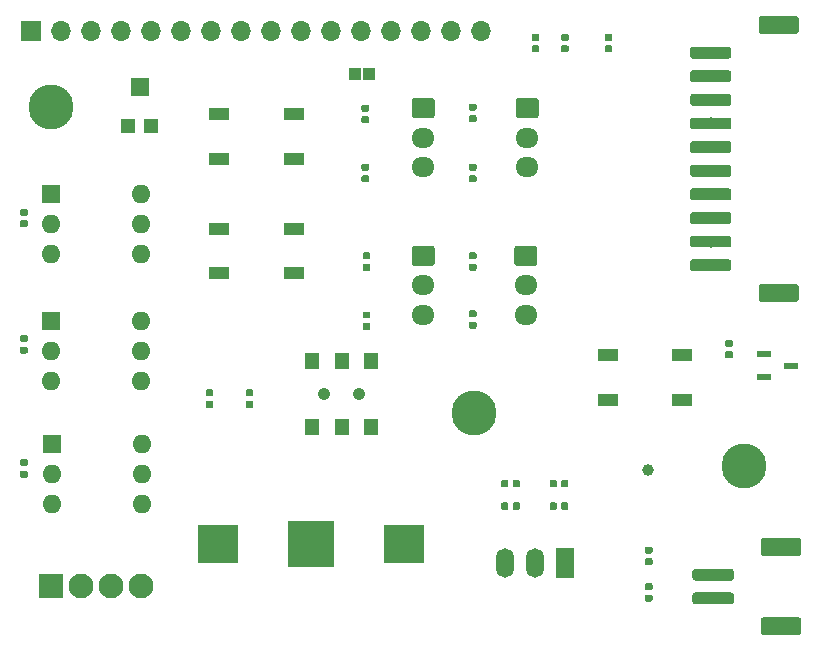
<source format=gbr>
G04 #@! TF.GenerationSoftware,KiCad,Pcbnew,(5.1.2)-2*
G04 #@! TF.CreationDate,2019-10-30T20:43:34-04:00*
G04 #@! TF.ProjectId,Thermostat_Layout,54686572-6d6f-4737-9461-745f4c61796f,rev?*
G04 #@! TF.SameCoordinates,Original*
G04 #@! TF.FileFunction,Soldermask,Top*
G04 #@! TF.FilePolarity,Negative*
%FSLAX46Y46*%
G04 Gerber Fmt 4.6, Leading zero omitted, Abs format (unit mm)*
G04 Created by KiCad (PCBNEW (5.1.2)-2) date 2019-10-30 20:43:34*
%MOMM*%
%LPD*%
G04 APERTURE LIST*
%ADD10R,1.143000X0.558800*%
%ADD11C,3.800000*%
%ADD12C,0.100000*%
%ADD13C,1.500000*%
%ADD14C,1.000000*%
%ADD15O,1.500000X2.500000*%
%ADD16R,1.500000X2.500000*%
%ADD17O,1.950000X1.700000*%
%ADD18C,1.700000*%
%ADD19O,1.600000X1.600000*%
%ADD20R,1.600000X1.600000*%
%ADD21C,1.051560*%
%ADD22R,1.201420X1.351280*%
%ADD23R,1.700000X1.000000*%
%ADD24C,0.590000*%
%ADD25R,1.051560X1.102360*%
%ADD26O,1.700000X1.700000*%
%ADD27R,1.700000X1.700000*%
%ADD28C,2.100000*%
%ADD29R,2.100000X2.100000*%
%ADD30R,1.600000X1.500000*%
%ADD31R,1.200000X1.200000*%
%ADD32R,4.000000X4.000000*%
%ADD33R,3.500000X3.300000*%
G04 APERTURE END LIST*
D10*
X182968400Y-98700000D03*
X180631600Y-99665200D03*
X180631600Y-97734800D03*
D11*
X120300000Y-76800000D03*
X179000000Y-107200000D03*
X156100000Y-102700000D03*
D12*
G36*
X183574504Y-113301204D02*
G01*
X183598773Y-113304804D01*
X183622571Y-113310765D01*
X183645671Y-113319030D01*
X183667849Y-113329520D01*
X183688893Y-113342133D01*
X183708598Y-113356747D01*
X183726777Y-113373223D01*
X183743253Y-113391402D01*
X183757867Y-113411107D01*
X183770480Y-113432151D01*
X183780970Y-113454329D01*
X183789235Y-113477429D01*
X183795196Y-113501227D01*
X183798796Y-113525496D01*
X183800000Y-113550000D01*
X183800000Y-114550000D01*
X183798796Y-114574504D01*
X183795196Y-114598773D01*
X183789235Y-114622571D01*
X183780970Y-114645671D01*
X183770480Y-114667849D01*
X183757867Y-114688893D01*
X183743253Y-114708598D01*
X183726777Y-114726777D01*
X183708598Y-114743253D01*
X183688893Y-114757867D01*
X183667849Y-114770480D01*
X183645671Y-114780970D01*
X183622571Y-114789235D01*
X183598773Y-114795196D01*
X183574504Y-114798796D01*
X183550000Y-114800000D01*
X180650000Y-114800000D01*
X180625496Y-114798796D01*
X180601227Y-114795196D01*
X180577429Y-114789235D01*
X180554329Y-114780970D01*
X180532151Y-114770480D01*
X180511107Y-114757867D01*
X180491402Y-114743253D01*
X180473223Y-114726777D01*
X180456747Y-114708598D01*
X180442133Y-114688893D01*
X180429520Y-114667849D01*
X180419030Y-114645671D01*
X180410765Y-114622571D01*
X180404804Y-114598773D01*
X180401204Y-114574504D01*
X180400000Y-114550000D01*
X180400000Y-113550000D01*
X180401204Y-113525496D01*
X180404804Y-113501227D01*
X180410765Y-113477429D01*
X180419030Y-113454329D01*
X180429520Y-113432151D01*
X180442133Y-113411107D01*
X180456747Y-113391402D01*
X180473223Y-113373223D01*
X180491402Y-113356747D01*
X180511107Y-113342133D01*
X180532151Y-113329520D01*
X180554329Y-113319030D01*
X180577429Y-113310765D01*
X180601227Y-113304804D01*
X180625496Y-113301204D01*
X180650000Y-113300000D01*
X183550000Y-113300000D01*
X183574504Y-113301204D01*
X183574504Y-113301204D01*
G37*
D13*
X182100000Y-114050000D03*
D12*
G36*
X183574504Y-120001204D02*
G01*
X183598773Y-120004804D01*
X183622571Y-120010765D01*
X183645671Y-120019030D01*
X183667849Y-120029520D01*
X183688893Y-120042133D01*
X183708598Y-120056747D01*
X183726777Y-120073223D01*
X183743253Y-120091402D01*
X183757867Y-120111107D01*
X183770480Y-120132151D01*
X183780970Y-120154329D01*
X183789235Y-120177429D01*
X183795196Y-120201227D01*
X183798796Y-120225496D01*
X183800000Y-120250000D01*
X183800000Y-121250000D01*
X183798796Y-121274504D01*
X183795196Y-121298773D01*
X183789235Y-121322571D01*
X183780970Y-121345671D01*
X183770480Y-121367849D01*
X183757867Y-121388893D01*
X183743253Y-121408598D01*
X183726777Y-121426777D01*
X183708598Y-121443253D01*
X183688893Y-121457867D01*
X183667849Y-121470480D01*
X183645671Y-121480970D01*
X183622571Y-121489235D01*
X183598773Y-121495196D01*
X183574504Y-121498796D01*
X183550000Y-121500000D01*
X180650000Y-121500000D01*
X180625496Y-121498796D01*
X180601227Y-121495196D01*
X180577429Y-121489235D01*
X180554329Y-121480970D01*
X180532151Y-121470480D01*
X180511107Y-121457867D01*
X180491402Y-121443253D01*
X180473223Y-121426777D01*
X180456747Y-121408598D01*
X180442133Y-121388893D01*
X180429520Y-121367849D01*
X180419030Y-121345671D01*
X180410765Y-121322571D01*
X180404804Y-121298773D01*
X180401204Y-121274504D01*
X180400000Y-121250000D01*
X180400000Y-120250000D01*
X180401204Y-120225496D01*
X180404804Y-120201227D01*
X180410765Y-120177429D01*
X180419030Y-120154329D01*
X180429520Y-120132151D01*
X180442133Y-120111107D01*
X180456747Y-120091402D01*
X180473223Y-120073223D01*
X180491402Y-120056747D01*
X180511107Y-120042133D01*
X180532151Y-120029520D01*
X180554329Y-120019030D01*
X180577429Y-120010765D01*
X180601227Y-120004804D01*
X180625496Y-120001204D01*
X180650000Y-120000000D01*
X183550000Y-120000000D01*
X183574504Y-120001204D01*
X183574504Y-120001204D01*
G37*
D13*
X182100000Y-120750000D03*
D12*
G36*
X177874504Y-115901204D02*
G01*
X177898773Y-115904804D01*
X177922571Y-115910765D01*
X177945671Y-115919030D01*
X177967849Y-115929520D01*
X177988893Y-115942133D01*
X178008598Y-115956747D01*
X178026777Y-115973223D01*
X178043253Y-115991402D01*
X178057867Y-116011107D01*
X178070480Y-116032151D01*
X178080970Y-116054329D01*
X178089235Y-116077429D01*
X178095196Y-116101227D01*
X178098796Y-116125496D01*
X178100000Y-116150000D01*
X178100000Y-116650000D01*
X178098796Y-116674504D01*
X178095196Y-116698773D01*
X178089235Y-116722571D01*
X178080970Y-116745671D01*
X178070480Y-116767849D01*
X178057867Y-116788893D01*
X178043253Y-116808598D01*
X178026777Y-116826777D01*
X178008598Y-116843253D01*
X177988893Y-116857867D01*
X177967849Y-116870480D01*
X177945671Y-116880970D01*
X177922571Y-116889235D01*
X177898773Y-116895196D01*
X177874504Y-116898796D01*
X177850000Y-116900000D01*
X174850000Y-116900000D01*
X174825496Y-116898796D01*
X174801227Y-116895196D01*
X174777429Y-116889235D01*
X174754329Y-116880970D01*
X174732151Y-116870480D01*
X174711107Y-116857867D01*
X174691402Y-116843253D01*
X174673223Y-116826777D01*
X174656747Y-116808598D01*
X174642133Y-116788893D01*
X174629520Y-116767849D01*
X174619030Y-116745671D01*
X174610765Y-116722571D01*
X174604804Y-116698773D01*
X174601204Y-116674504D01*
X174600000Y-116650000D01*
X174600000Y-116150000D01*
X174601204Y-116125496D01*
X174604804Y-116101227D01*
X174610765Y-116077429D01*
X174619030Y-116054329D01*
X174629520Y-116032151D01*
X174642133Y-116011107D01*
X174656747Y-115991402D01*
X174673223Y-115973223D01*
X174691402Y-115956747D01*
X174711107Y-115942133D01*
X174732151Y-115929520D01*
X174754329Y-115919030D01*
X174777429Y-115910765D01*
X174801227Y-115904804D01*
X174825496Y-115901204D01*
X174850000Y-115900000D01*
X177850000Y-115900000D01*
X177874504Y-115901204D01*
X177874504Y-115901204D01*
G37*
D14*
X176350000Y-116400000D03*
D12*
G36*
X177874504Y-117901204D02*
G01*
X177898773Y-117904804D01*
X177922571Y-117910765D01*
X177945671Y-117919030D01*
X177967849Y-117929520D01*
X177988893Y-117942133D01*
X178008598Y-117956747D01*
X178026777Y-117973223D01*
X178043253Y-117991402D01*
X178057867Y-118011107D01*
X178070480Y-118032151D01*
X178080970Y-118054329D01*
X178089235Y-118077429D01*
X178095196Y-118101227D01*
X178098796Y-118125496D01*
X178100000Y-118150000D01*
X178100000Y-118650000D01*
X178098796Y-118674504D01*
X178095196Y-118698773D01*
X178089235Y-118722571D01*
X178080970Y-118745671D01*
X178070480Y-118767849D01*
X178057867Y-118788893D01*
X178043253Y-118808598D01*
X178026777Y-118826777D01*
X178008598Y-118843253D01*
X177988893Y-118857867D01*
X177967849Y-118870480D01*
X177945671Y-118880970D01*
X177922571Y-118889235D01*
X177898773Y-118895196D01*
X177874504Y-118898796D01*
X177850000Y-118900000D01*
X174850000Y-118900000D01*
X174825496Y-118898796D01*
X174801227Y-118895196D01*
X174777429Y-118889235D01*
X174754329Y-118880970D01*
X174732151Y-118870480D01*
X174711107Y-118857867D01*
X174691402Y-118843253D01*
X174673223Y-118826777D01*
X174656747Y-118808598D01*
X174642133Y-118788893D01*
X174629520Y-118767849D01*
X174619030Y-118745671D01*
X174610765Y-118722571D01*
X174604804Y-118698773D01*
X174601204Y-118674504D01*
X174600000Y-118650000D01*
X174600000Y-118150000D01*
X174601204Y-118125496D01*
X174604804Y-118101227D01*
X174610765Y-118077429D01*
X174619030Y-118054329D01*
X174629520Y-118032151D01*
X174642133Y-118011107D01*
X174656747Y-117991402D01*
X174673223Y-117973223D01*
X174691402Y-117956747D01*
X174711107Y-117942133D01*
X174732151Y-117929520D01*
X174754329Y-117919030D01*
X174777429Y-117910765D01*
X174801227Y-117904804D01*
X174825496Y-117901204D01*
X174850000Y-117900000D01*
X177850000Y-117900000D01*
X177874504Y-117901204D01*
X177874504Y-117901204D01*
G37*
D14*
X176350000Y-118400000D03*
D15*
X158720000Y-115400000D03*
X161260000Y-115400000D03*
D16*
X163800000Y-115400000D03*
D12*
G36*
X183374504Y-69101204D02*
G01*
X183398773Y-69104804D01*
X183422571Y-69110765D01*
X183445671Y-69119030D01*
X183467849Y-69129520D01*
X183488893Y-69142133D01*
X183508598Y-69156747D01*
X183526777Y-69173223D01*
X183543253Y-69191402D01*
X183557867Y-69211107D01*
X183570480Y-69232151D01*
X183580970Y-69254329D01*
X183589235Y-69277429D01*
X183595196Y-69301227D01*
X183598796Y-69325496D01*
X183600000Y-69350000D01*
X183600000Y-70350000D01*
X183598796Y-70374504D01*
X183595196Y-70398773D01*
X183589235Y-70422571D01*
X183580970Y-70445671D01*
X183570480Y-70467849D01*
X183557867Y-70488893D01*
X183543253Y-70508598D01*
X183526777Y-70526777D01*
X183508598Y-70543253D01*
X183488893Y-70557867D01*
X183467849Y-70570480D01*
X183445671Y-70580970D01*
X183422571Y-70589235D01*
X183398773Y-70595196D01*
X183374504Y-70598796D01*
X183350000Y-70600000D01*
X180450000Y-70600000D01*
X180425496Y-70598796D01*
X180401227Y-70595196D01*
X180377429Y-70589235D01*
X180354329Y-70580970D01*
X180332151Y-70570480D01*
X180311107Y-70557867D01*
X180291402Y-70543253D01*
X180273223Y-70526777D01*
X180256747Y-70508598D01*
X180242133Y-70488893D01*
X180229520Y-70467849D01*
X180219030Y-70445671D01*
X180210765Y-70422571D01*
X180204804Y-70398773D01*
X180201204Y-70374504D01*
X180200000Y-70350000D01*
X180200000Y-69350000D01*
X180201204Y-69325496D01*
X180204804Y-69301227D01*
X180210765Y-69277429D01*
X180219030Y-69254329D01*
X180229520Y-69232151D01*
X180242133Y-69211107D01*
X180256747Y-69191402D01*
X180273223Y-69173223D01*
X180291402Y-69156747D01*
X180311107Y-69142133D01*
X180332151Y-69129520D01*
X180354329Y-69119030D01*
X180377429Y-69110765D01*
X180401227Y-69104804D01*
X180425496Y-69101204D01*
X180450000Y-69100000D01*
X183350000Y-69100000D01*
X183374504Y-69101204D01*
X183374504Y-69101204D01*
G37*
D13*
X181900000Y-69850000D03*
D12*
G36*
X183374504Y-91801204D02*
G01*
X183398773Y-91804804D01*
X183422571Y-91810765D01*
X183445671Y-91819030D01*
X183467849Y-91829520D01*
X183488893Y-91842133D01*
X183508598Y-91856747D01*
X183526777Y-91873223D01*
X183543253Y-91891402D01*
X183557867Y-91911107D01*
X183570480Y-91932151D01*
X183580970Y-91954329D01*
X183589235Y-91977429D01*
X183595196Y-92001227D01*
X183598796Y-92025496D01*
X183600000Y-92050000D01*
X183600000Y-93050000D01*
X183598796Y-93074504D01*
X183595196Y-93098773D01*
X183589235Y-93122571D01*
X183580970Y-93145671D01*
X183570480Y-93167849D01*
X183557867Y-93188893D01*
X183543253Y-93208598D01*
X183526777Y-93226777D01*
X183508598Y-93243253D01*
X183488893Y-93257867D01*
X183467849Y-93270480D01*
X183445671Y-93280970D01*
X183422571Y-93289235D01*
X183398773Y-93295196D01*
X183374504Y-93298796D01*
X183350000Y-93300000D01*
X180450000Y-93300000D01*
X180425496Y-93298796D01*
X180401227Y-93295196D01*
X180377429Y-93289235D01*
X180354329Y-93280970D01*
X180332151Y-93270480D01*
X180311107Y-93257867D01*
X180291402Y-93243253D01*
X180273223Y-93226777D01*
X180256747Y-93208598D01*
X180242133Y-93188893D01*
X180229520Y-93167849D01*
X180219030Y-93145671D01*
X180210765Y-93122571D01*
X180204804Y-93098773D01*
X180201204Y-93074504D01*
X180200000Y-93050000D01*
X180200000Y-92050000D01*
X180201204Y-92025496D01*
X180204804Y-92001227D01*
X180210765Y-91977429D01*
X180219030Y-91954329D01*
X180229520Y-91932151D01*
X180242133Y-91911107D01*
X180256747Y-91891402D01*
X180273223Y-91873223D01*
X180291402Y-91856747D01*
X180311107Y-91842133D01*
X180332151Y-91829520D01*
X180354329Y-91819030D01*
X180377429Y-91810765D01*
X180401227Y-91804804D01*
X180425496Y-91801204D01*
X180450000Y-91800000D01*
X183350000Y-91800000D01*
X183374504Y-91801204D01*
X183374504Y-91801204D01*
G37*
D13*
X181900000Y-92550000D03*
D12*
G36*
X177674504Y-71701204D02*
G01*
X177698773Y-71704804D01*
X177722571Y-71710765D01*
X177745671Y-71719030D01*
X177767849Y-71729520D01*
X177788893Y-71742133D01*
X177808598Y-71756747D01*
X177826777Y-71773223D01*
X177843253Y-71791402D01*
X177857867Y-71811107D01*
X177870480Y-71832151D01*
X177880970Y-71854329D01*
X177889235Y-71877429D01*
X177895196Y-71901227D01*
X177898796Y-71925496D01*
X177900000Y-71950000D01*
X177900000Y-72450000D01*
X177898796Y-72474504D01*
X177895196Y-72498773D01*
X177889235Y-72522571D01*
X177880970Y-72545671D01*
X177870480Y-72567849D01*
X177857867Y-72588893D01*
X177843253Y-72608598D01*
X177826777Y-72626777D01*
X177808598Y-72643253D01*
X177788893Y-72657867D01*
X177767849Y-72670480D01*
X177745671Y-72680970D01*
X177722571Y-72689235D01*
X177698773Y-72695196D01*
X177674504Y-72698796D01*
X177650000Y-72700000D01*
X174650000Y-72700000D01*
X174625496Y-72698796D01*
X174601227Y-72695196D01*
X174577429Y-72689235D01*
X174554329Y-72680970D01*
X174532151Y-72670480D01*
X174511107Y-72657867D01*
X174491402Y-72643253D01*
X174473223Y-72626777D01*
X174456747Y-72608598D01*
X174442133Y-72588893D01*
X174429520Y-72567849D01*
X174419030Y-72545671D01*
X174410765Y-72522571D01*
X174404804Y-72498773D01*
X174401204Y-72474504D01*
X174400000Y-72450000D01*
X174400000Y-71950000D01*
X174401204Y-71925496D01*
X174404804Y-71901227D01*
X174410765Y-71877429D01*
X174419030Y-71854329D01*
X174429520Y-71832151D01*
X174442133Y-71811107D01*
X174456747Y-71791402D01*
X174473223Y-71773223D01*
X174491402Y-71756747D01*
X174511107Y-71742133D01*
X174532151Y-71729520D01*
X174554329Y-71719030D01*
X174577429Y-71710765D01*
X174601227Y-71704804D01*
X174625496Y-71701204D01*
X174650000Y-71700000D01*
X177650000Y-71700000D01*
X177674504Y-71701204D01*
X177674504Y-71701204D01*
G37*
D14*
X176150000Y-72200000D03*
D12*
G36*
X177674504Y-73701204D02*
G01*
X177698773Y-73704804D01*
X177722571Y-73710765D01*
X177745671Y-73719030D01*
X177767849Y-73729520D01*
X177788893Y-73742133D01*
X177808598Y-73756747D01*
X177826777Y-73773223D01*
X177843253Y-73791402D01*
X177857867Y-73811107D01*
X177870480Y-73832151D01*
X177880970Y-73854329D01*
X177889235Y-73877429D01*
X177895196Y-73901227D01*
X177898796Y-73925496D01*
X177900000Y-73950000D01*
X177900000Y-74450000D01*
X177898796Y-74474504D01*
X177895196Y-74498773D01*
X177889235Y-74522571D01*
X177880970Y-74545671D01*
X177870480Y-74567849D01*
X177857867Y-74588893D01*
X177843253Y-74608598D01*
X177826777Y-74626777D01*
X177808598Y-74643253D01*
X177788893Y-74657867D01*
X177767849Y-74670480D01*
X177745671Y-74680970D01*
X177722571Y-74689235D01*
X177698773Y-74695196D01*
X177674504Y-74698796D01*
X177650000Y-74700000D01*
X174650000Y-74700000D01*
X174625496Y-74698796D01*
X174601227Y-74695196D01*
X174577429Y-74689235D01*
X174554329Y-74680970D01*
X174532151Y-74670480D01*
X174511107Y-74657867D01*
X174491402Y-74643253D01*
X174473223Y-74626777D01*
X174456747Y-74608598D01*
X174442133Y-74588893D01*
X174429520Y-74567849D01*
X174419030Y-74545671D01*
X174410765Y-74522571D01*
X174404804Y-74498773D01*
X174401204Y-74474504D01*
X174400000Y-74450000D01*
X174400000Y-73950000D01*
X174401204Y-73925496D01*
X174404804Y-73901227D01*
X174410765Y-73877429D01*
X174419030Y-73854329D01*
X174429520Y-73832151D01*
X174442133Y-73811107D01*
X174456747Y-73791402D01*
X174473223Y-73773223D01*
X174491402Y-73756747D01*
X174511107Y-73742133D01*
X174532151Y-73729520D01*
X174554329Y-73719030D01*
X174577429Y-73710765D01*
X174601227Y-73704804D01*
X174625496Y-73701204D01*
X174650000Y-73700000D01*
X177650000Y-73700000D01*
X177674504Y-73701204D01*
X177674504Y-73701204D01*
G37*
D14*
X176150000Y-74200000D03*
D12*
G36*
X177674504Y-75701204D02*
G01*
X177698773Y-75704804D01*
X177722571Y-75710765D01*
X177745671Y-75719030D01*
X177767849Y-75729520D01*
X177788893Y-75742133D01*
X177808598Y-75756747D01*
X177826777Y-75773223D01*
X177843253Y-75791402D01*
X177857867Y-75811107D01*
X177870480Y-75832151D01*
X177880970Y-75854329D01*
X177889235Y-75877429D01*
X177895196Y-75901227D01*
X177898796Y-75925496D01*
X177900000Y-75950000D01*
X177900000Y-76450000D01*
X177898796Y-76474504D01*
X177895196Y-76498773D01*
X177889235Y-76522571D01*
X177880970Y-76545671D01*
X177870480Y-76567849D01*
X177857867Y-76588893D01*
X177843253Y-76608598D01*
X177826777Y-76626777D01*
X177808598Y-76643253D01*
X177788893Y-76657867D01*
X177767849Y-76670480D01*
X177745671Y-76680970D01*
X177722571Y-76689235D01*
X177698773Y-76695196D01*
X177674504Y-76698796D01*
X177650000Y-76700000D01*
X174650000Y-76700000D01*
X174625496Y-76698796D01*
X174601227Y-76695196D01*
X174577429Y-76689235D01*
X174554329Y-76680970D01*
X174532151Y-76670480D01*
X174511107Y-76657867D01*
X174491402Y-76643253D01*
X174473223Y-76626777D01*
X174456747Y-76608598D01*
X174442133Y-76588893D01*
X174429520Y-76567849D01*
X174419030Y-76545671D01*
X174410765Y-76522571D01*
X174404804Y-76498773D01*
X174401204Y-76474504D01*
X174400000Y-76450000D01*
X174400000Y-75950000D01*
X174401204Y-75925496D01*
X174404804Y-75901227D01*
X174410765Y-75877429D01*
X174419030Y-75854329D01*
X174429520Y-75832151D01*
X174442133Y-75811107D01*
X174456747Y-75791402D01*
X174473223Y-75773223D01*
X174491402Y-75756747D01*
X174511107Y-75742133D01*
X174532151Y-75729520D01*
X174554329Y-75719030D01*
X174577429Y-75710765D01*
X174601227Y-75704804D01*
X174625496Y-75701204D01*
X174650000Y-75700000D01*
X177650000Y-75700000D01*
X177674504Y-75701204D01*
X177674504Y-75701204D01*
G37*
D14*
X176150000Y-76200000D03*
D12*
G36*
X177674504Y-77701204D02*
G01*
X177698773Y-77704804D01*
X177722571Y-77710765D01*
X177745671Y-77719030D01*
X177767849Y-77729520D01*
X177788893Y-77742133D01*
X177808598Y-77756747D01*
X177826777Y-77773223D01*
X177843253Y-77791402D01*
X177857867Y-77811107D01*
X177870480Y-77832151D01*
X177880970Y-77854329D01*
X177889235Y-77877429D01*
X177895196Y-77901227D01*
X177898796Y-77925496D01*
X177900000Y-77950000D01*
X177900000Y-78450000D01*
X177898796Y-78474504D01*
X177895196Y-78498773D01*
X177889235Y-78522571D01*
X177880970Y-78545671D01*
X177870480Y-78567849D01*
X177857867Y-78588893D01*
X177843253Y-78608598D01*
X177826777Y-78626777D01*
X177808598Y-78643253D01*
X177788893Y-78657867D01*
X177767849Y-78670480D01*
X177745671Y-78680970D01*
X177722571Y-78689235D01*
X177698773Y-78695196D01*
X177674504Y-78698796D01*
X177650000Y-78700000D01*
X174650000Y-78700000D01*
X174625496Y-78698796D01*
X174601227Y-78695196D01*
X174577429Y-78689235D01*
X174554329Y-78680970D01*
X174532151Y-78670480D01*
X174511107Y-78657867D01*
X174491402Y-78643253D01*
X174473223Y-78626777D01*
X174456747Y-78608598D01*
X174442133Y-78588893D01*
X174429520Y-78567849D01*
X174419030Y-78545671D01*
X174410765Y-78522571D01*
X174404804Y-78498773D01*
X174401204Y-78474504D01*
X174400000Y-78450000D01*
X174400000Y-77950000D01*
X174401204Y-77925496D01*
X174404804Y-77901227D01*
X174410765Y-77877429D01*
X174419030Y-77854329D01*
X174429520Y-77832151D01*
X174442133Y-77811107D01*
X174456747Y-77791402D01*
X174473223Y-77773223D01*
X174491402Y-77756747D01*
X174511107Y-77742133D01*
X174532151Y-77729520D01*
X174554329Y-77719030D01*
X174577429Y-77710765D01*
X174601227Y-77704804D01*
X174625496Y-77701204D01*
X174650000Y-77700000D01*
X177650000Y-77700000D01*
X177674504Y-77701204D01*
X177674504Y-77701204D01*
G37*
D14*
X176150000Y-78200000D03*
D12*
G36*
X177674504Y-79701204D02*
G01*
X177698773Y-79704804D01*
X177722571Y-79710765D01*
X177745671Y-79719030D01*
X177767849Y-79729520D01*
X177788893Y-79742133D01*
X177808598Y-79756747D01*
X177826777Y-79773223D01*
X177843253Y-79791402D01*
X177857867Y-79811107D01*
X177870480Y-79832151D01*
X177880970Y-79854329D01*
X177889235Y-79877429D01*
X177895196Y-79901227D01*
X177898796Y-79925496D01*
X177900000Y-79950000D01*
X177900000Y-80450000D01*
X177898796Y-80474504D01*
X177895196Y-80498773D01*
X177889235Y-80522571D01*
X177880970Y-80545671D01*
X177870480Y-80567849D01*
X177857867Y-80588893D01*
X177843253Y-80608598D01*
X177826777Y-80626777D01*
X177808598Y-80643253D01*
X177788893Y-80657867D01*
X177767849Y-80670480D01*
X177745671Y-80680970D01*
X177722571Y-80689235D01*
X177698773Y-80695196D01*
X177674504Y-80698796D01*
X177650000Y-80700000D01*
X174650000Y-80700000D01*
X174625496Y-80698796D01*
X174601227Y-80695196D01*
X174577429Y-80689235D01*
X174554329Y-80680970D01*
X174532151Y-80670480D01*
X174511107Y-80657867D01*
X174491402Y-80643253D01*
X174473223Y-80626777D01*
X174456747Y-80608598D01*
X174442133Y-80588893D01*
X174429520Y-80567849D01*
X174419030Y-80545671D01*
X174410765Y-80522571D01*
X174404804Y-80498773D01*
X174401204Y-80474504D01*
X174400000Y-80450000D01*
X174400000Y-79950000D01*
X174401204Y-79925496D01*
X174404804Y-79901227D01*
X174410765Y-79877429D01*
X174419030Y-79854329D01*
X174429520Y-79832151D01*
X174442133Y-79811107D01*
X174456747Y-79791402D01*
X174473223Y-79773223D01*
X174491402Y-79756747D01*
X174511107Y-79742133D01*
X174532151Y-79729520D01*
X174554329Y-79719030D01*
X174577429Y-79710765D01*
X174601227Y-79704804D01*
X174625496Y-79701204D01*
X174650000Y-79700000D01*
X177650000Y-79700000D01*
X177674504Y-79701204D01*
X177674504Y-79701204D01*
G37*
D14*
X176150000Y-80200000D03*
D12*
G36*
X177674504Y-81701204D02*
G01*
X177698773Y-81704804D01*
X177722571Y-81710765D01*
X177745671Y-81719030D01*
X177767849Y-81729520D01*
X177788893Y-81742133D01*
X177808598Y-81756747D01*
X177826777Y-81773223D01*
X177843253Y-81791402D01*
X177857867Y-81811107D01*
X177870480Y-81832151D01*
X177880970Y-81854329D01*
X177889235Y-81877429D01*
X177895196Y-81901227D01*
X177898796Y-81925496D01*
X177900000Y-81950000D01*
X177900000Y-82450000D01*
X177898796Y-82474504D01*
X177895196Y-82498773D01*
X177889235Y-82522571D01*
X177880970Y-82545671D01*
X177870480Y-82567849D01*
X177857867Y-82588893D01*
X177843253Y-82608598D01*
X177826777Y-82626777D01*
X177808598Y-82643253D01*
X177788893Y-82657867D01*
X177767849Y-82670480D01*
X177745671Y-82680970D01*
X177722571Y-82689235D01*
X177698773Y-82695196D01*
X177674504Y-82698796D01*
X177650000Y-82700000D01*
X174650000Y-82700000D01*
X174625496Y-82698796D01*
X174601227Y-82695196D01*
X174577429Y-82689235D01*
X174554329Y-82680970D01*
X174532151Y-82670480D01*
X174511107Y-82657867D01*
X174491402Y-82643253D01*
X174473223Y-82626777D01*
X174456747Y-82608598D01*
X174442133Y-82588893D01*
X174429520Y-82567849D01*
X174419030Y-82545671D01*
X174410765Y-82522571D01*
X174404804Y-82498773D01*
X174401204Y-82474504D01*
X174400000Y-82450000D01*
X174400000Y-81950000D01*
X174401204Y-81925496D01*
X174404804Y-81901227D01*
X174410765Y-81877429D01*
X174419030Y-81854329D01*
X174429520Y-81832151D01*
X174442133Y-81811107D01*
X174456747Y-81791402D01*
X174473223Y-81773223D01*
X174491402Y-81756747D01*
X174511107Y-81742133D01*
X174532151Y-81729520D01*
X174554329Y-81719030D01*
X174577429Y-81710765D01*
X174601227Y-81704804D01*
X174625496Y-81701204D01*
X174650000Y-81700000D01*
X177650000Y-81700000D01*
X177674504Y-81701204D01*
X177674504Y-81701204D01*
G37*
D14*
X176150000Y-82200000D03*
D12*
G36*
X177674504Y-83701204D02*
G01*
X177698773Y-83704804D01*
X177722571Y-83710765D01*
X177745671Y-83719030D01*
X177767849Y-83729520D01*
X177788893Y-83742133D01*
X177808598Y-83756747D01*
X177826777Y-83773223D01*
X177843253Y-83791402D01*
X177857867Y-83811107D01*
X177870480Y-83832151D01*
X177880970Y-83854329D01*
X177889235Y-83877429D01*
X177895196Y-83901227D01*
X177898796Y-83925496D01*
X177900000Y-83950000D01*
X177900000Y-84450000D01*
X177898796Y-84474504D01*
X177895196Y-84498773D01*
X177889235Y-84522571D01*
X177880970Y-84545671D01*
X177870480Y-84567849D01*
X177857867Y-84588893D01*
X177843253Y-84608598D01*
X177826777Y-84626777D01*
X177808598Y-84643253D01*
X177788893Y-84657867D01*
X177767849Y-84670480D01*
X177745671Y-84680970D01*
X177722571Y-84689235D01*
X177698773Y-84695196D01*
X177674504Y-84698796D01*
X177650000Y-84700000D01*
X174650000Y-84700000D01*
X174625496Y-84698796D01*
X174601227Y-84695196D01*
X174577429Y-84689235D01*
X174554329Y-84680970D01*
X174532151Y-84670480D01*
X174511107Y-84657867D01*
X174491402Y-84643253D01*
X174473223Y-84626777D01*
X174456747Y-84608598D01*
X174442133Y-84588893D01*
X174429520Y-84567849D01*
X174419030Y-84545671D01*
X174410765Y-84522571D01*
X174404804Y-84498773D01*
X174401204Y-84474504D01*
X174400000Y-84450000D01*
X174400000Y-83950000D01*
X174401204Y-83925496D01*
X174404804Y-83901227D01*
X174410765Y-83877429D01*
X174419030Y-83854329D01*
X174429520Y-83832151D01*
X174442133Y-83811107D01*
X174456747Y-83791402D01*
X174473223Y-83773223D01*
X174491402Y-83756747D01*
X174511107Y-83742133D01*
X174532151Y-83729520D01*
X174554329Y-83719030D01*
X174577429Y-83710765D01*
X174601227Y-83704804D01*
X174625496Y-83701204D01*
X174650000Y-83700000D01*
X177650000Y-83700000D01*
X177674504Y-83701204D01*
X177674504Y-83701204D01*
G37*
D14*
X176150000Y-84200000D03*
D12*
G36*
X177674504Y-85701204D02*
G01*
X177698773Y-85704804D01*
X177722571Y-85710765D01*
X177745671Y-85719030D01*
X177767849Y-85729520D01*
X177788893Y-85742133D01*
X177808598Y-85756747D01*
X177826777Y-85773223D01*
X177843253Y-85791402D01*
X177857867Y-85811107D01*
X177870480Y-85832151D01*
X177880970Y-85854329D01*
X177889235Y-85877429D01*
X177895196Y-85901227D01*
X177898796Y-85925496D01*
X177900000Y-85950000D01*
X177900000Y-86450000D01*
X177898796Y-86474504D01*
X177895196Y-86498773D01*
X177889235Y-86522571D01*
X177880970Y-86545671D01*
X177870480Y-86567849D01*
X177857867Y-86588893D01*
X177843253Y-86608598D01*
X177826777Y-86626777D01*
X177808598Y-86643253D01*
X177788893Y-86657867D01*
X177767849Y-86670480D01*
X177745671Y-86680970D01*
X177722571Y-86689235D01*
X177698773Y-86695196D01*
X177674504Y-86698796D01*
X177650000Y-86700000D01*
X174650000Y-86700000D01*
X174625496Y-86698796D01*
X174601227Y-86695196D01*
X174577429Y-86689235D01*
X174554329Y-86680970D01*
X174532151Y-86670480D01*
X174511107Y-86657867D01*
X174491402Y-86643253D01*
X174473223Y-86626777D01*
X174456747Y-86608598D01*
X174442133Y-86588893D01*
X174429520Y-86567849D01*
X174419030Y-86545671D01*
X174410765Y-86522571D01*
X174404804Y-86498773D01*
X174401204Y-86474504D01*
X174400000Y-86450000D01*
X174400000Y-85950000D01*
X174401204Y-85925496D01*
X174404804Y-85901227D01*
X174410765Y-85877429D01*
X174419030Y-85854329D01*
X174429520Y-85832151D01*
X174442133Y-85811107D01*
X174456747Y-85791402D01*
X174473223Y-85773223D01*
X174491402Y-85756747D01*
X174511107Y-85742133D01*
X174532151Y-85729520D01*
X174554329Y-85719030D01*
X174577429Y-85710765D01*
X174601227Y-85704804D01*
X174625496Y-85701204D01*
X174650000Y-85700000D01*
X177650000Y-85700000D01*
X177674504Y-85701204D01*
X177674504Y-85701204D01*
G37*
D14*
X176150000Y-86200000D03*
D12*
G36*
X177674504Y-87701204D02*
G01*
X177698773Y-87704804D01*
X177722571Y-87710765D01*
X177745671Y-87719030D01*
X177767849Y-87729520D01*
X177788893Y-87742133D01*
X177808598Y-87756747D01*
X177826777Y-87773223D01*
X177843253Y-87791402D01*
X177857867Y-87811107D01*
X177870480Y-87832151D01*
X177880970Y-87854329D01*
X177889235Y-87877429D01*
X177895196Y-87901227D01*
X177898796Y-87925496D01*
X177900000Y-87950000D01*
X177900000Y-88450000D01*
X177898796Y-88474504D01*
X177895196Y-88498773D01*
X177889235Y-88522571D01*
X177880970Y-88545671D01*
X177870480Y-88567849D01*
X177857867Y-88588893D01*
X177843253Y-88608598D01*
X177826777Y-88626777D01*
X177808598Y-88643253D01*
X177788893Y-88657867D01*
X177767849Y-88670480D01*
X177745671Y-88680970D01*
X177722571Y-88689235D01*
X177698773Y-88695196D01*
X177674504Y-88698796D01*
X177650000Y-88700000D01*
X174650000Y-88700000D01*
X174625496Y-88698796D01*
X174601227Y-88695196D01*
X174577429Y-88689235D01*
X174554329Y-88680970D01*
X174532151Y-88670480D01*
X174511107Y-88657867D01*
X174491402Y-88643253D01*
X174473223Y-88626777D01*
X174456747Y-88608598D01*
X174442133Y-88588893D01*
X174429520Y-88567849D01*
X174419030Y-88545671D01*
X174410765Y-88522571D01*
X174404804Y-88498773D01*
X174401204Y-88474504D01*
X174400000Y-88450000D01*
X174400000Y-87950000D01*
X174401204Y-87925496D01*
X174404804Y-87901227D01*
X174410765Y-87877429D01*
X174419030Y-87854329D01*
X174429520Y-87832151D01*
X174442133Y-87811107D01*
X174456747Y-87791402D01*
X174473223Y-87773223D01*
X174491402Y-87756747D01*
X174511107Y-87742133D01*
X174532151Y-87729520D01*
X174554329Y-87719030D01*
X174577429Y-87710765D01*
X174601227Y-87704804D01*
X174625496Y-87701204D01*
X174650000Y-87700000D01*
X177650000Y-87700000D01*
X177674504Y-87701204D01*
X177674504Y-87701204D01*
G37*
D14*
X176150000Y-88200000D03*
D12*
G36*
X177674504Y-89701204D02*
G01*
X177698773Y-89704804D01*
X177722571Y-89710765D01*
X177745671Y-89719030D01*
X177767849Y-89729520D01*
X177788893Y-89742133D01*
X177808598Y-89756747D01*
X177826777Y-89773223D01*
X177843253Y-89791402D01*
X177857867Y-89811107D01*
X177870480Y-89832151D01*
X177880970Y-89854329D01*
X177889235Y-89877429D01*
X177895196Y-89901227D01*
X177898796Y-89925496D01*
X177900000Y-89950000D01*
X177900000Y-90450000D01*
X177898796Y-90474504D01*
X177895196Y-90498773D01*
X177889235Y-90522571D01*
X177880970Y-90545671D01*
X177870480Y-90567849D01*
X177857867Y-90588893D01*
X177843253Y-90608598D01*
X177826777Y-90626777D01*
X177808598Y-90643253D01*
X177788893Y-90657867D01*
X177767849Y-90670480D01*
X177745671Y-90680970D01*
X177722571Y-90689235D01*
X177698773Y-90695196D01*
X177674504Y-90698796D01*
X177650000Y-90700000D01*
X174650000Y-90700000D01*
X174625496Y-90698796D01*
X174601227Y-90695196D01*
X174577429Y-90689235D01*
X174554329Y-90680970D01*
X174532151Y-90670480D01*
X174511107Y-90657867D01*
X174491402Y-90643253D01*
X174473223Y-90626777D01*
X174456747Y-90608598D01*
X174442133Y-90588893D01*
X174429520Y-90567849D01*
X174419030Y-90545671D01*
X174410765Y-90522571D01*
X174404804Y-90498773D01*
X174401204Y-90474504D01*
X174400000Y-90450000D01*
X174400000Y-89950000D01*
X174401204Y-89925496D01*
X174404804Y-89901227D01*
X174410765Y-89877429D01*
X174419030Y-89854329D01*
X174429520Y-89832151D01*
X174442133Y-89811107D01*
X174456747Y-89791402D01*
X174473223Y-89773223D01*
X174491402Y-89756747D01*
X174511107Y-89742133D01*
X174532151Y-89729520D01*
X174554329Y-89719030D01*
X174577429Y-89710765D01*
X174601227Y-89704804D01*
X174625496Y-89701204D01*
X174650000Y-89700000D01*
X177650000Y-89700000D01*
X177674504Y-89701204D01*
X177674504Y-89701204D01*
G37*
D14*
X176150000Y-90200000D03*
D17*
X151800000Y-94400000D03*
X151800000Y-91900000D03*
D12*
G36*
X152549504Y-88551204D02*
G01*
X152573773Y-88554804D01*
X152597571Y-88560765D01*
X152620671Y-88569030D01*
X152642849Y-88579520D01*
X152663893Y-88592133D01*
X152683598Y-88606747D01*
X152701777Y-88623223D01*
X152718253Y-88641402D01*
X152732867Y-88661107D01*
X152745480Y-88682151D01*
X152755970Y-88704329D01*
X152764235Y-88727429D01*
X152770196Y-88751227D01*
X152773796Y-88775496D01*
X152775000Y-88800000D01*
X152775000Y-90000000D01*
X152773796Y-90024504D01*
X152770196Y-90048773D01*
X152764235Y-90072571D01*
X152755970Y-90095671D01*
X152745480Y-90117849D01*
X152732867Y-90138893D01*
X152718253Y-90158598D01*
X152701777Y-90176777D01*
X152683598Y-90193253D01*
X152663893Y-90207867D01*
X152642849Y-90220480D01*
X152620671Y-90230970D01*
X152597571Y-90239235D01*
X152573773Y-90245196D01*
X152549504Y-90248796D01*
X152525000Y-90250000D01*
X151075000Y-90250000D01*
X151050496Y-90248796D01*
X151026227Y-90245196D01*
X151002429Y-90239235D01*
X150979329Y-90230970D01*
X150957151Y-90220480D01*
X150936107Y-90207867D01*
X150916402Y-90193253D01*
X150898223Y-90176777D01*
X150881747Y-90158598D01*
X150867133Y-90138893D01*
X150854520Y-90117849D01*
X150844030Y-90095671D01*
X150835765Y-90072571D01*
X150829804Y-90048773D01*
X150826204Y-90024504D01*
X150825000Y-90000000D01*
X150825000Y-88800000D01*
X150826204Y-88775496D01*
X150829804Y-88751227D01*
X150835765Y-88727429D01*
X150844030Y-88704329D01*
X150854520Y-88682151D01*
X150867133Y-88661107D01*
X150881747Y-88641402D01*
X150898223Y-88623223D01*
X150916402Y-88606747D01*
X150936107Y-88592133D01*
X150957151Y-88579520D01*
X150979329Y-88569030D01*
X151002429Y-88560765D01*
X151026227Y-88554804D01*
X151050496Y-88551204D01*
X151075000Y-88550000D01*
X152525000Y-88550000D01*
X152549504Y-88551204D01*
X152549504Y-88551204D01*
G37*
D18*
X151800000Y-89400000D03*
D17*
X151800000Y-81900000D03*
X151800000Y-79400000D03*
D12*
G36*
X152549504Y-76051204D02*
G01*
X152573773Y-76054804D01*
X152597571Y-76060765D01*
X152620671Y-76069030D01*
X152642849Y-76079520D01*
X152663893Y-76092133D01*
X152683598Y-76106747D01*
X152701777Y-76123223D01*
X152718253Y-76141402D01*
X152732867Y-76161107D01*
X152745480Y-76182151D01*
X152755970Y-76204329D01*
X152764235Y-76227429D01*
X152770196Y-76251227D01*
X152773796Y-76275496D01*
X152775000Y-76300000D01*
X152775000Y-77500000D01*
X152773796Y-77524504D01*
X152770196Y-77548773D01*
X152764235Y-77572571D01*
X152755970Y-77595671D01*
X152745480Y-77617849D01*
X152732867Y-77638893D01*
X152718253Y-77658598D01*
X152701777Y-77676777D01*
X152683598Y-77693253D01*
X152663893Y-77707867D01*
X152642849Y-77720480D01*
X152620671Y-77730970D01*
X152597571Y-77739235D01*
X152573773Y-77745196D01*
X152549504Y-77748796D01*
X152525000Y-77750000D01*
X151075000Y-77750000D01*
X151050496Y-77748796D01*
X151026227Y-77745196D01*
X151002429Y-77739235D01*
X150979329Y-77730970D01*
X150957151Y-77720480D01*
X150936107Y-77707867D01*
X150916402Y-77693253D01*
X150898223Y-77676777D01*
X150881747Y-77658598D01*
X150867133Y-77638893D01*
X150854520Y-77617849D01*
X150844030Y-77595671D01*
X150835765Y-77572571D01*
X150829804Y-77548773D01*
X150826204Y-77524504D01*
X150825000Y-77500000D01*
X150825000Y-76300000D01*
X150826204Y-76275496D01*
X150829804Y-76251227D01*
X150835765Y-76227429D01*
X150844030Y-76204329D01*
X150854520Y-76182151D01*
X150867133Y-76161107D01*
X150881747Y-76141402D01*
X150898223Y-76123223D01*
X150916402Y-76106747D01*
X150936107Y-76092133D01*
X150957151Y-76079520D01*
X150979329Y-76069030D01*
X151002429Y-76060765D01*
X151026227Y-76054804D01*
X151050496Y-76051204D01*
X151075000Y-76050000D01*
X152525000Y-76050000D01*
X152549504Y-76051204D01*
X152549504Y-76051204D01*
G37*
D18*
X151800000Y-76900000D03*
D17*
X160600000Y-81900000D03*
X160600000Y-79400000D03*
D12*
G36*
X161349504Y-76051204D02*
G01*
X161373773Y-76054804D01*
X161397571Y-76060765D01*
X161420671Y-76069030D01*
X161442849Y-76079520D01*
X161463893Y-76092133D01*
X161483598Y-76106747D01*
X161501777Y-76123223D01*
X161518253Y-76141402D01*
X161532867Y-76161107D01*
X161545480Y-76182151D01*
X161555970Y-76204329D01*
X161564235Y-76227429D01*
X161570196Y-76251227D01*
X161573796Y-76275496D01*
X161575000Y-76300000D01*
X161575000Y-77500000D01*
X161573796Y-77524504D01*
X161570196Y-77548773D01*
X161564235Y-77572571D01*
X161555970Y-77595671D01*
X161545480Y-77617849D01*
X161532867Y-77638893D01*
X161518253Y-77658598D01*
X161501777Y-77676777D01*
X161483598Y-77693253D01*
X161463893Y-77707867D01*
X161442849Y-77720480D01*
X161420671Y-77730970D01*
X161397571Y-77739235D01*
X161373773Y-77745196D01*
X161349504Y-77748796D01*
X161325000Y-77750000D01*
X159875000Y-77750000D01*
X159850496Y-77748796D01*
X159826227Y-77745196D01*
X159802429Y-77739235D01*
X159779329Y-77730970D01*
X159757151Y-77720480D01*
X159736107Y-77707867D01*
X159716402Y-77693253D01*
X159698223Y-77676777D01*
X159681747Y-77658598D01*
X159667133Y-77638893D01*
X159654520Y-77617849D01*
X159644030Y-77595671D01*
X159635765Y-77572571D01*
X159629804Y-77548773D01*
X159626204Y-77524504D01*
X159625000Y-77500000D01*
X159625000Y-76300000D01*
X159626204Y-76275496D01*
X159629804Y-76251227D01*
X159635765Y-76227429D01*
X159644030Y-76204329D01*
X159654520Y-76182151D01*
X159667133Y-76161107D01*
X159681747Y-76141402D01*
X159698223Y-76123223D01*
X159716402Y-76106747D01*
X159736107Y-76092133D01*
X159757151Y-76079520D01*
X159779329Y-76069030D01*
X159802429Y-76060765D01*
X159826227Y-76054804D01*
X159850496Y-76051204D01*
X159875000Y-76050000D01*
X161325000Y-76050000D01*
X161349504Y-76051204D01*
X161349504Y-76051204D01*
G37*
D18*
X160600000Y-76900000D03*
D17*
X160500000Y-94400000D03*
X160500000Y-91900000D03*
D12*
G36*
X161249504Y-88551204D02*
G01*
X161273773Y-88554804D01*
X161297571Y-88560765D01*
X161320671Y-88569030D01*
X161342849Y-88579520D01*
X161363893Y-88592133D01*
X161383598Y-88606747D01*
X161401777Y-88623223D01*
X161418253Y-88641402D01*
X161432867Y-88661107D01*
X161445480Y-88682151D01*
X161455970Y-88704329D01*
X161464235Y-88727429D01*
X161470196Y-88751227D01*
X161473796Y-88775496D01*
X161475000Y-88800000D01*
X161475000Y-90000000D01*
X161473796Y-90024504D01*
X161470196Y-90048773D01*
X161464235Y-90072571D01*
X161455970Y-90095671D01*
X161445480Y-90117849D01*
X161432867Y-90138893D01*
X161418253Y-90158598D01*
X161401777Y-90176777D01*
X161383598Y-90193253D01*
X161363893Y-90207867D01*
X161342849Y-90220480D01*
X161320671Y-90230970D01*
X161297571Y-90239235D01*
X161273773Y-90245196D01*
X161249504Y-90248796D01*
X161225000Y-90250000D01*
X159775000Y-90250000D01*
X159750496Y-90248796D01*
X159726227Y-90245196D01*
X159702429Y-90239235D01*
X159679329Y-90230970D01*
X159657151Y-90220480D01*
X159636107Y-90207867D01*
X159616402Y-90193253D01*
X159598223Y-90176777D01*
X159581747Y-90158598D01*
X159567133Y-90138893D01*
X159554520Y-90117849D01*
X159544030Y-90095671D01*
X159535765Y-90072571D01*
X159529804Y-90048773D01*
X159526204Y-90024504D01*
X159525000Y-90000000D01*
X159525000Y-88800000D01*
X159526204Y-88775496D01*
X159529804Y-88751227D01*
X159535765Y-88727429D01*
X159544030Y-88704329D01*
X159554520Y-88682151D01*
X159567133Y-88661107D01*
X159581747Y-88641402D01*
X159598223Y-88623223D01*
X159616402Y-88606747D01*
X159636107Y-88592133D01*
X159657151Y-88579520D01*
X159679329Y-88569030D01*
X159702429Y-88560765D01*
X159726227Y-88554804D01*
X159750496Y-88551204D01*
X159775000Y-88550000D01*
X161225000Y-88550000D01*
X161249504Y-88551204D01*
X161249504Y-88551204D01*
G37*
D18*
X160500000Y-89400000D03*
D19*
X127920000Y-94900000D03*
X120300000Y-99980000D03*
X127920000Y-97440000D03*
X120300000Y-97440000D03*
X127920000Y-99980000D03*
D20*
X120300000Y-94900000D03*
D19*
X128020000Y-105300000D03*
X120400000Y-110380000D03*
X128020000Y-107840000D03*
X120400000Y-107840000D03*
X128020000Y-110380000D03*
D20*
X120400000Y-105300000D03*
D21*
X146398600Y-101100000D03*
X143401400Y-101100000D03*
D22*
X142400640Y-98275520D03*
X144900000Y-98275520D03*
X147399360Y-98275520D03*
X142400640Y-103924480D03*
X144900000Y-103924480D03*
X147399360Y-103924480D03*
D23*
X134550000Y-87100000D03*
X140850000Y-87100000D03*
X134550000Y-90900000D03*
X140850000Y-90900000D03*
X134550000Y-77400000D03*
X140850000Y-77400000D03*
X134550000Y-81200000D03*
X140850000Y-81200000D03*
D12*
G36*
X147186958Y-95090710D02*
G01*
X147201276Y-95092834D01*
X147215317Y-95096351D01*
X147228946Y-95101228D01*
X147242031Y-95107417D01*
X147254447Y-95114858D01*
X147266073Y-95123481D01*
X147276798Y-95133202D01*
X147286519Y-95143927D01*
X147295142Y-95155553D01*
X147302583Y-95167969D01*
X147308772Y-95181054D01*
X147313649Y-95194683D01*
X147317166Y-95208724D01*
X147319290Y-95223042D01*
X147320000Y-95237500D01*
X147320000Y-95532500D01*
X147319290Y-95546958D01*
X147317166Y-95561276D01*
X147313649Y-95575317D01*
X147308772Y-95588946D01*
X147302583Y-95602031D01*
X147295142Y-95614447D01*
X147286519Y-95626073D01*
X147276798Y-95636798D01*
X147266073Y-95646519D01*
X147254447Y-95655142D01*
X147242031Y-95662583D01*
X147228946Y-95668772D01*
X147215317Y-95673649D01*
X147201276Y-95677166D01*
X147186958Y-95679290D01*
X147172500Y-95680000D01*
X146827500Y-95680000D01*
X146813042Y-95679290D01*
X146798724Y-95677166D01*
X146784683Y-95673649D01*
X146771054Y-95668772D01*
X146757969Y-95662583D01*
X146745553Y-95655142D01*
X146733927Y-95646519D01*
X146723202Y-95636798D01*
X146713481Y-95626073D01*
X146704858Y-95614447D01*
X146697417Y-95602031D01*
X146691228Y-95588946D01*
X146686351Y-95575317D01*
X146682834Y-95561276D01*
X146680710Y-95546958D01*
X146680000Y-95532500D01*
X146680000Y-95237500D01*
X146680710Y-95223042D01*
X146682834Y-95208724D01*
X146686351Y-95194683D01*
X146691228Y-95181054D01*
X146697417Y-95167969D01*
X146704858Y-95155553D01*
X146713481Y-95143927D01*
X146723202Y-95133202D01*
X146733927Y-95123481D01*
X146745553Y-95114858D01*
X146757969Y-95107417D01*
X146771054Y-95101228D01*
X146784683Y-95096351D01*
X146798724Y-95092834D01*
X146813042Y-95090710D01*
X146827500Y-95090000D01*
X147172500Y-95090000D01*
X147186958Y-95090710D01*
X147186958Y-95090710D01*
G37*
D24*
X147000000Y-95385000D03*
D12*
G36*
X147186958Y-94120710D02*
G01*
X147201276Y-94122834D01*
X147215317Y-94126351D01*
X147228946Y-94131228D01*
X147242031Y-94137417D01*
X147254447Y-94144858D01*
X147266073Y-94153481D01*
X147276798Y-94163202D01*
X147286519Y-94173927D01*
X147295142Y-94185553D01*
X147302583Y-94197969D01*
X147308772Y-94211054D01*
X147313649Y-94224683D01*
X147317166Y-94238724D01*
X147319290Y-94253042D01*
X147320000Y-94267500D01*
X147320000Y-94562500D01*
X147319290Y-94576958D01*
X147317166Y-94591276D01*
X147313649Y-94605317D01*
X147308772Y-94618946D01*
X147302583Y-94632031D01*
X147295142Y-94644447D01*
X147286519Y-94656073D01*
X147276798Y-94666798D01*
X147266073Y-94676519D01*
X147254447Y-94685142D01*
X147242031Y-94692583D01*
X147228946Y-94698772D01*
X147215317Y-94703649D01*
X147201276Y-94707166D01*
X147186958Y-94709290D01*
X147172500Y-94710000D01*
X146827500Y-94710000D01*
X146813042Y-94709290D01*
X146798724Y-94707166D01*
X146784683Y-94703649D01*
X146771054Y-94698772D01*
X146757969Y-94692583D01*
X146745553Y-94685142D01*
X146733927Y-94676519D01*
X146723202Y-94666798D01*
X146713481Y-94656073D01*
X146704858Y-94644447D01*
X146697417Y-94632031D01*
X146691228Y-94618946D01*
X146686351Y-94605317D01*
X146682834Y-94591276D01*
X146680710Y-94576958D01*
X146680000Y-94562500D01*
X146680000Y-94267500D01*
X146680710Y-94253042D01*
X146682834Y-94238724D01*
X146686351Y-94224683D01*
X146691228Y-94211054D01*
X146697417Y-94197969D01*
X146704858Y-94185553D01*
X146713481Y-94173927D01*
X146723202Y-94163202D01*
X146733927Y-94153481D01*
X146745553Y-94144858D01*
X146757969Y-94137417D01*
X146771054Y-94131228D01*
X146784683Y-94126351D01*
X146798724Y-94122834D01*
X146813042Y-94120710D01*
X146827500Y-94120000D01*
X147172500Y-94120000D01*
X147186958Y-94120710D01*
X147186958Y-94120710D01*
G37*
D24*
X147000000Y-94415000D03*
D12*
G36*
X147186958Y-90090710D02*
G01*
X147201276Y-90092834D01*
X147215317Y-90096351D01*
X147228946Y-90101228D01*
X147242031Y-90107417D01*
X147254447Y-90114858D01*
X147266073Y-90123481D01*
X147276798Y-90133202D01*
X147286519Y-90143927D01*
X147295142Y-90155553D01*
X147302583Y-90167969D01*
X147308772Y-90181054D01*
X147313649Y-90194683D01*
X147317166Y-90208724D01*
X147319290Y-90223042D01*
X147320000Y-90237500D01*
X147320000Y-90532500D01*
X147319290Y-90546958D01*
X147317166Y-90561276D01*
X147313649Y-90575317D01*
X147308772Y-90588946D01*
X147302583Y-90602031D01*
X147295142Y-90614447D01*
X147286519Y-90626073D01*
X147276798Y-90636798D01*
X147266073Y-90646519D01*
X147254447Y-90655142D01*
X147242031Y-90662583D01*
X147228946Y-90668772D01*
X147215317Y-90673649D01*
X147201276Y-90677166D01*
X147186958Y-90679290D01*
X147172500Y-90680000D01*
X146827500Y-90680000D01*
X146813042Y-90679290D01*
X146798724Y-90677166D01*
X146784683Y-90673649D01*
X146771054Y-90668772D01*
X146757969Y-90662583D01*
X146745553Y-90655142D01*
X146733927Y-90646519D01*
X146723202Y-90636798D01*
X146713481Y-90626073D01*
X146704858Y-90614447D01*
X146697417Y-90602031D01*
X146691228Y-90588946D01*
X146686351Y-90575317D01*
X146682834Y-90561276D01*
X146680710Y-90546958D01*
X146680000Y-90532500D01*
X146680000Y-90237500D01*
X146680710Y-90223042D01*
X146682834Y-90208724D01*
X146686351Y-90194683D01*
X146691228Y-90181054D01*
X146697417Y-90167969D01*
X146704858Y-90155553D01*
X146713481Y-90143927D01*
X146723202Y-90133202D01*
X146733927Y-90123481D01*
X146745553Y-90114858D01*
X146757969Y-90107417D01*
X146771054Y-90101228D01*
X146784683Y-90096351D01*
X146798724Y-90092834D01*
X146813042Y-90090710D01*
X146827500Y-90090000D01*
X147172500Y-90090000D01*
X147186958Y-90090710D01*
X147186958Y-90090710D01*
G37*
D24*
X147000000Y-90385000D03*
D12*
G36*
X147186958Y-89120710D02*
G01*
X147201276Y-89122834D01*
X147215317Y-89126351D01*
X147228946Y-89131228D01*
X147242031Y-89137417D01*
X147254447Y-89144858D01*
X147266073Y-89153481D01*
X147276798Y-89163202D01*
X147286519Y-89173927D01*
X147295142Y-89185553D01*
X147302583Y-89197969D01*
X147308772Y-89211054D01*
X147313649Y-89224683D01*
X147317166Y-89238724D01*
X147319290Y-89253042D01*
X147320000Y-89267500D01*
X147320000Y-89562500D01*
X147319290Y-89576958D01*
X147317166Y-89591276D01*
X147313649Y-89605317D01*
X147308772Y-89618946D01*
X147302583Y-89632031D01*
X147295142Y-89644447D01*
X147286519Y-89656073D01*
X147276798Y-89666798D01*
X147266073Y-89676519D01*
X147254447Y-89685142D01*
X147242031Y-89692583D01*
X147228946Y-89698772D01*
X147215317Y-89703649D01*
X147201276Y-89707166D01*
X147186958Y-89709290D01*
X147172500Y-89710000D01*
X146827500Y-89710000D01*
X146813042Y-89709290D01*
X146798724Y-89707166D01*
X146784683Y-89703649D01*
X146771054Y-89698772D01*
X146757969Y-89692583D01*
X146745553Y-89685142D01*
X146733927Y-89676519D01*
X146723202Y-89666798D01*
X146713481Y-89656073D01*
X146704858Y-89644447D01*
X146697417Y-89632031D01*
X146691228Y-89618946D01*
X146686351Y-89605317D01*
X146682834Y-89591276D01*
X146680710Y-89576958D01*
X146680000Y-89562500D01*
X146680000Y-89267500D01*
X146680710Y-89253042D01*
X146682834Y-89238724D01*
X146686351Y-89224683D01*
X146691228Y-89211054D01*
X146697417Y-89197969D01*
X146704858Y-89185553D01*
X146713481Y-89173927D01*
X146723202Y-89163202D01*
X146733927Y-89153481D01*
X146745553Y-89144858D01*
X146757969Y-89137417D01*
X146771054Y-89131228D01*
X146784683Y-89126351D01*
X146798724Y-89122834D01*
X146813042Y-89120710D01*
X146827500Y-89120000D01*
X147172500Y-89120000D01*
X147186958Y-89120710D01*
X147186958Y-89120710D01*
G37*
D24*
X147000000Y-89415000D03*
D12*
G36*
X147086958Y-82590710D02*
G01*
X147101276Y-82592834D01*
X147115317Y-82596351D01*
X147128946Y-82601228D01*
X147142031Y-82607417D01*
X147154447Y-82614858D01*
X147166073Y-82623481D01*
X147176798Y-82633202D01*
X147186519Y-82643927D01*
X147195142Y-82655553D01*
X147202583Y-82667969D01*
X147208772Y-82681054D01*
X147213649Y-82694683D01*
X147217166Y-82708724D01*
X147219290Y-82723042D01*
X147220000Y-82737500D01*
X147220000Y-83032500D01*
X147219290Y-83046958D01*
X147217166Y-83061276D01*
X147213649Y-83075317D01*
X147208772Y-83088946D01*
X147202583Y-83102031D01*
X147195142Y-83114447D01*
X147186519Y-83126073D01*
X147176798Y-83136798D01*
X147166073Y-83146519D01*
X147154447Y-83155142D01*
X147142031Y-83162583D01*
X147128946Y-83168772D01*
X147115317Y-83173649D01*
X147101276Y-83177166D01*
X147086958Y-83179290D01*
X147072500Y-83180000D01*
X146727500Y-83180000D01*
X146713042Y-83179290D01*
X146698724Y-83177166D01*
X146684683Y-83173649D01*
X146671054Y-83168772D01*
X146657969Y-83162583D01*
X146645553Y-83155142D01*
X146633927Y-83146519D01*
X146623202Y-83136798D01*
X146613481Y-83126073D01*
X146604858Y-83114447D01*
X146597417Y-83102031D01*
X146591228Y-83088946D01*
X146586351Y-83075317D01*
X146582834Y-83061276D01*
X146580710Y-83046958D01*
X146580000Y-83032500D01*
X146580000Y-82737500D01*
X146580710Y-82723042D01*
X146582834Y-82708724D01*
X146586351Y-82694683D01*
X146591228Y-82681054D01*
X146597417Y-82667969D01*
X146604858Y-82655553D01*
X146613481Y-82643927D01*
X146623202Y-82633202D01*
X146633927Y-82623481D01*
X146645553Y-82614858D01*
X146657969Y-82607417D01*
X146671054Y-82601228D01*
X146684683Y-82596351D01*
X146698724Y-82592834D01*
X146713042Y-82590710D01*
X146727500Y-82590000D01*
X147072500Y-82590000D01*
X147086958Y-82590710D01*
X147086958Y-82590710D01*
G37*
D24*
X146900000Y-82885000D03*
D12*
G36*
X147086958Y-81620710D02*
G01*
X147101276Y-81622834D01*
X147115317Y-81626351D01*
X147128946Y-81631228D01*
X147142031Y-81637417D01*
X147154447Y-81644858D01*
X147166073Y-81653481D01*
X147176798Y-81663202D01*
X147186519Y-81673927D01*
X147195142Y-81685553D01*
X147202583Y-81697969D01*
X147208772Y-81711054D01*
X147213649Y-81724683D01*
X147217166Y-81738724D01*
X147219290Y-81753042D01*
X147220000Y-81767500D01*
X147220000Y-82062500D01*
X147219290Y-82076958D01*
X147217166Y-82091276D01*
X147213649Y-82105317D01*
X147208772Y-82118946D01*
X147202583Y-82132031D01*
X147195142Y-82144447D01*
X147186519Y-82156073D01*
X147176798Y-82166798D01*
X147166073Y-82176519D01*
X147154447Y-82185142D01*
X147142031Y-82192583D01*
X147128946Y-82198772D01*
X147115317Y-82203649D01*
X147101276Y-82207166D01*
X147086958Y-82209290D01*
X147072500Y-82210000D01*
X146727500Y-82210000D01*
X146713042Y-82209290D01*
X146698724Y-82207166D01*
X146684683Y-82203649D01*
X146671054Y-82198772D01*
X146657969Y-82192583D01*
X146645553Y-82185142D01*
X146633927Y-82176519D01*
X146623202Y-82166798D01*
X146613481Y-82156073D01*
X146604858Y-82144447D01*
X146597417Y-82132031D01*
X146591228Y-82118946D01*
X146586351Y-82105317D01*
X146582834Y-82091276D01*
X146580710Y-82076958D01*
X146580000Y-82062500D01*
X146580000Y-81767500D01*
X146580710Y-81753042D01*
X146582834Y-81738724D01*
X146586351Y-81724683D01*
X146591228Y-81711054D01*
X146597417Y-81697969D01*
X146604858Y-81685553D01*
X146613481Y-81673927D01*
X146623202Y-81663202D01*
X146633927Y-81653481D01*
X146645553Y-81644858D01*
X146657969Y-81637417D01*
X146671054Y-81631228D01*
X146684683Y-81626351D01*
X146698724Y-81622834D01*
X146713042Y-81620710D01*
X146727500Y-81620000D01*
X147072500Y-81620000D01*
X147086958Y-81620710D01*
X147086958Y-81620710D01*
G37*
D24*
X146900000Y-81915000D03*
D12*
G36*
X147086958Y-77590710D02*
G01*
X147101276Y-77592834D01*
X147115317Y-77596351D01*
X147128946Y-77601228D01*
X147142031Y-77607417D01*
X147154447Y-77614858D01*
X147166073Y-77623481D01*
X147176798Y-77633202D01*
X147186519Y-77643927D01*
X147195142Y-77655553D01*
X147202583Y-77667969D01*
X147208772Y-77681054D01*
X147213649Y-77694683D01*
X147217166Y-77708724D01*
X147219290Y-77723042D01*
X147220000Y-77737500D01*
X147220000Y-78032500D01*
X147219290Y-78046958D01*
X147217166Y-78061276D01*
X147213649Y-78075317D01*
X147208772Y-78088946D01*
X147202583Y-78102031D01*
X147195142Y-78114447D01*
X147186519Y-78126073D01*
X147176798Y-78136798D01*
X147166073Y-78146519D01*
X147154447Y-78155142D01*
X147142031Y-78162583D01*
X147128946Y-78168772D01*
X147115317Y-78173649D01*
X147101276Y-78177166D01*
X147086958Y-78179290D01*
X147072500Y-78180000D01*
X146727500Y-78180000D01*
X146713042Y-78179290D01*
X146698724Y-78177166D01*
X146684683Y-78173649D01*
X146671054Y-78168772D01*
X146657969Y-78162583D01*
X146645553Y-78155142D01*
X146633927Y-78146519D01*
X146623202Y-78136798D01*
X146613481Y-78126073D01*
X146604858Y-78114447D01*
X146597417Y-78102031D01*
X146591228Y-78088946D01*
X146586351Y-78075317D01*
X146582834Y-78061276D01*
X146580710Y-78046958D01*
X146580000Y-78032500D01*
X146580000Y-77737500D01*
X146580710Y-77723042D01*
X146582834Y-77708724D01*
X146586351Y-77694683D01*
X146591228Y-77681054D01*
X146597417Y-77667969D01*
X146604858Y-77655553D01*
X146613481Y-77643927D01*
X146623202Y-77633202D01*
X146633927Y-77623481D01*
X146645553Y-77614858D01*
X146657969Y-77607417D01*
X146671054Y-77601228D01*
X146684683Y-77596351D01*
X146698724Y-77592834D01*
X146713042Y-77590710D01*
X146727500Y-77590000D01*
X147072500Y-77590000D01*
X147086958Y-77590710D01*
X147086958Y-77590710D01*
G37*
D24*
X146900000Y-77885000D03*
D12*
G36*
X147086958Y-76620710D02*
G01*
X147101276Y-76622834D01*
X147115317Y-76626351D01*
X147128946Y-76631228D01*
X147142031Y-76637417D01*
X147154447Y-76644858D01*
X147166073Y-76653481D01*
X147176798Y-76663202D01*
X147186519Y-76673927D01*
X147195142Y-76685553D01*
X147202583Y-76697969D01*
X147208772Y-76711054D01*
X147213649Y-76724683D01*
X147217166Y-76738724D01*
X147219290Y-76753042D01*
X147220000Y-76767500D01*
X147220000Y-77062500D01*
X147219290Y-77076958D01*
X147217166Y-77091276D01*
X147213649Y-77105317D01*
X147208772Y-77118946D01*
X147202583Y-77132031D01*
X147195142Y-77144447D01*
X147186519Y-77156073D01*
X147176798Y-77166798D01*
X147166073Y-77176519D01*
X147154447Y-77185142D01*
X147142031Y-77192583D01*
X147128946Y-77198772D01*
X147115317Y-77203649D01*
X147101276Y-77207166D01*
X147086958Y-77209290D01*
X147072500Y-77210000D01*
X146727500Y-77210000D01*
X146713042Y-77209290D01*
X146698724Y-77207166D01*
X146684683Y-77203649D01*
X146671054Y-77198772D01*
X146657969Y-77192583D01*
X146645553Y-77185142D01*
X146633927Y-77176519D01*
X146623202Y-77166798D01*
X146613481Y-77156073D01*
X146604858Y-77144447D01*
X146597417Y-77132031D01*
X146591228Y-77118946D01*
X146586351Y-77105317D01*
X146582834Y-77091276D01*
X146580710Y-77076958D01*
X146580000Y-77062500D01*
X146580000Y-76767500D01*
X146580710Y-76753042D01*
X146582834Y-76738724D01*
X146586351Y-76724683D01*
X146591228Y-76711054D01*
X146597417Y-76697969D01*
X146604858Y-76685553D01*
X146613481Y-76673927D01*
X146623202Y-76663202D01*
X146633927Y-76653481D01*
X146645553Y-76644858D01*
X146657969Y-76637417D01*
X146671054Y-76631228D01*
X146684683Y-76626351D01*
X146698724Y-76622834D01*
X146713042Y-76620710D01*
X146727500Y-76620000D01*
X147072500Y-76620000D01*
X147086958Y-76620710D01*
X147086958Y-76620710D01*
G37*
D24*
X146900000Y-76915000D03*
D12*
G36*
X161486958Y-71590710D02*
G01*
X161501276Y-71592834D01*
X161515317Y-71596351D01*
X161528946Y-71601228D01*
X161542031Y-71607417D01*
X161554447Y-71614858D01*
X161566073Y-71623481D01*
X161576798Y-71633202D01*
X161586519Y-71643927D01*
X161595142Y-71655553D01*
X161602583Y-71667969D01*
X161608772Y-71681054D01*
X161613649Y-71694683D01*
X161617166Y-71708724D01*
X161619290Y-71723042D01*
X161620000Y-71737500D01*
X161620000Y-72032500D01*
X161619290Y-72046958D01*
X161617166Y-72061276D01*
X161613649Y-72075317D01*
X161608772Y-72088946D01*
X161602583Y-72102031D01*
X161595142Y-72114447D01*
X161586519Y-72126073D01*
X161576798Y-72136798D01*
X161566073Y-72146519D01*
X161554447Y-72155142D01*
X161542031Y-72162583D01*
X161528946Y-72168772D01*
X161515317Y-72173649D01*
X161501276Y-72177166D01*
X161486958Y-72179290D01*
X161472500Y-72180000D01*
X161127500Y-72180000D01*
X161113042Y-72179290D01*
X161098724Y-72177166D01*
X161084683Y-72173649D01*
X161071054Y-72168772D01*
X161057969Y-72162583D01*
X161045553Y-72155142D01*
X161033927Y-72146519D01*
X161023202Y-72136798D01*
X161013481Y-72126073D01*
X161004858Y-72114447D01*
X160997417Y-72102031D01*
X160991228Y-72088946D01*
X160986351Y-72075317D01*
X160982834Y-72061276D01*
X160980710Y-72046958D01*
X160980000Y-72032500D01*
X160980000Y-71737500D01*
X160980710Y-71723042D01*
X160982834Y-71708724D01*
X160986351Y-71694683D01*
X160991228Y-71681054D01*
X160997417Y-71667969D01*
X161004858Y-71655553D01*
X161013481Y-71643927D01*
X161023202Y-71633202D01*
X161033927Y-71623481D01*
X161045553Y-71614858D01*
X161057969Y-71607417D01*
X161071054Y-71601228D01*
X161084683Y-71596351D01*
X161098724Y-71592834D01*
X161113042Y-71590710D01*
X161127500Y-71590000D01*
X161472500Y-71590000D01*
X161486958Y-71590710D01*
X161486958Y-71590710D01*
G37*
D24*
X161300000Y-71885000D03*
D12*
G36*
X161486958Y-70620710D02*
G01*
X161501276Y-70622834D01*
X161515317Y-70626351D01*
X161528946Y-70631228D01*
X161542031Y-70637417D01*
X161554447Y-70644858D01*
X161566073Y-70653481D01*
X161576798Y-70663202D01*
X161586519Y-70673927D01*
X161595142Y-70685553D01*
X161602583Y-70697969D01*
X161608772Y-70711054D01*
X161613649Y-70724683D01*
X161617166Y-70738724D01*
X161619290Y-70753042D01*
X161620000Y-70767500D01*
X161620000Y-71062500D01*
X161619290Y-71076958D01*
X161617166Y-71091276D01*
X161613649Y-71105317D01*
X161608772Y-71118946D01*
X161602583Y-71132031D01*
X161595142Y-71144447D01*
X161586519Y-71156073D01*
X161576798Y-71166798D01*
X161566073Y-71176519D01*
X161554447Y-71185142D01*
X161542031Y-71192583D01*
X161528946Y-71198772D01*
X161515317Y-71203649D01*
X161501276Y-71207166D01*
X161486958Y-71209290D01*
X161472500Y-71210000D01*
X161127500Y-71210000D01*
X161113042Y-71209290D01*
X161098724Y-71207166D01*
X161084683Y-71203649D01*
X161071054Y-71198772D01*
X161057969Y-71192583D01*
X161045553Y-71185142D01*
X161033927Y-71176519D01*
X161023202Y-71166798D01*
X161013481Y-71156073D01*
X161004858Y-71144447D01*
X160997417Y-71132031D01*
X160991228Y-71118946D01*
X160986351Y-71105317D01*
X160982834Y-71091276D01*
X160980710Y-71076958D01*
X160980000Y-71062500D01*
X160980000Y-70767500D01*
X160980710Y-70753042D01*
X160982834Y-70738724D01*
X160986351Y-70724683D01*
X160991228Y-70711054D01*
X160997417Y-70697969D01*
X161004858Y-70685553D01*
X161013481Y-70673927D01*
X161023202Y-70663202D01*
X161033927Y-70653481D01*
X161045553Y-70644858D01*
X161057969Y-70637417D01*
X161071054Y-70631228D01*
X161084683Y-70626351D01*
X161098724Y-70622834D01*
X161113042Y-70620710D01*
X161127500Y-70620000D01*
X161472500Y-70620000D01*
X161486958Y-70620710D01*
X161486958Y-70620710D01*
G37*
D24*
X161300000Y-70915000D03*
D12*
G36*
X163986958Y-70620710D02*
G01*
X164001276Y-70622834D01*
X164015317Y-70626351D01*
X164028946Y-70631228D01*
X164042031Y-70637417D01*
X164054447Y-70644858D01*
X164066073Y-70653481D01*
X164076798Y-70663202D01*
X164086519Y-70673927D01*
X164095142Y-70685553D01*
X164102583Y-70697969D01*
X164108772Y-70711054D01*
X164113649Y-70724683D01*
X164117166Y-70738724D01*
X164119290Y-70753042D01*
X164120000Y-70767500D01*
X164120000Y-71062500D01*
X164119290Y-71076958D01*
X164117166Y-71091276D01*
X164113649Y-71105317D01*
X164108772Y-71118946D01*
X164102583Y-71132031D01*
X164095142Y-71144447D01*
X164086519Y-71156073D01*
X164076798Y-71166798D01*
X164066073Y-71176519D01*
X164054447Y-71185142D01*
X164042031Y-71192583D01*
X164028946Y-71198772D01*
X164015317Y-71203649D01*
X164001276Y-71207166D01*
X163986958Y-71209290D01*
X163972500Y-71210000D01*
X163627500Y-71210000D01*
X163613042Y-71209290D01*
X163598724Y-71207166D01*
X163584683Y-71203649D01*
X163571054Y-71198772D01*
X163557969Y-71192583D01*
X163545553Y-71185142D01*
X163533927Y-71176519D01*
X163523202Y-71166798D01*
X163513481Y-71156073D01*
X163504858Y-71144447D01*
X163497417Y-71132031D01*
X163491228Y-71118946D01*
X163486351Y-71105317D01*
X163482834Y-71091276D01*
X163480710Y-71076958D01*
X163480000Y-71062500D01*
X163480000Y-70767500D01*
X163480710Y-70753042D01*
X163482834Y-70738724D01*
X163486351Y-70724683D01*
X163491228Y-70711054D01*
X163497417Y-70697969D01*
X163504858Y-70685553D01*
X163513481Y-70673927D01*
X163523202Y-70663202D01*
X163533927Y-70653481D01*
X163545553Y-70644858D01*
X163557969Y-70637417D01*
X163571054Y-70631228D01*
X163584683Y-70626351D01*
X163598724Y-70622834D01*
X163613042Y-70620710D01*
X163627500Y-70620000D01*
X163972500Y-70620000D01*
X163986958Y-70620710D01*
X163986958Y-70620710D01*
G37*
D24*
X163800000Y-70915000D03*
D12*
G36*
X163986958Y-71590710D02*
G01*
X164001276Y-71592834D01*
X164015317Y-71596351D01*
X164028946Y-71601228D01*
X164042031Y-71607417D01*
X164054447Y-71614858D01*
X164066073Y-71623481D01*
X164076798Y-71633202D01*
X164086519Y-71643927D01*
X164095142Y-71655553D01*
X164102583Y-71667969D01*
X164108772Y-71681054D01*
X164113649Y-71694683D01*
X164117166Y-71708724D01*
X164119290Y-71723042D01*
X164120000Y-71737500D01*
X164120000Y-72032500D01*
X164119290Y-72046958D01*
X164117166Y-72061276D01*
X164113649Y-72075317D01*
X164108772Y-72088946D01*
X164102583Y-72102031D01*
X164095142Y-72114447D01*
X164086519Y-72126073D01*
X164076798Y-72136798D01*
X164066073Y-72146519D01*
X164054447Y-72155142D01*
X164042031Y-72162583D01*
X164028946Y-72168772D01*
X164015317Y-72173649D01*
X164001276Y-72177166D01*
X163986958Y-72179290D01*
X163972500Y-72180000D01*
X163627500Y-72180000D01*
X163613042Y-72179290D01*
X163598724Y-72177166D01*
X163584683Y-72173649D01*
X163571054Y-72168772D01*
X163557969Y-72162583D01*
X163545553Y-72155142D01*
X163533927Y-72146519D01*
X163523202Y-72136798D01*
X163513481Y-72126073D01*
X163504858Y-72114447D01*
X163497417Y-72102031D01*
X163491228Y-72088946D01*
X163486351Y-72075317D01*
X163482834Y-72061276D01*
X163480710Y-72046958D01*
X163480000Y-72032500D01*
X163480000Y-71737500D01*
X163480710Y-71723042D01*
X163482834Y-71708724D01*
X163486351Y-71694683D01*
X163491228Y-71681054D01*
X163497417Y-71667969D01*
X163504858Y-71655553D01*
X163513481Y-71643927D01*
X163523202Y-71633202D01*
X163533927Y-71623481D01*
X163545553Y-71614858D01*
X163557969Y-71607417D01*
X163571054Y-71601228D01*
X163584683Y-71596351D01*
X163598724Y-71592834D01*
X163613042Y-71590710D01*
X163627500Y-71590000D01*
X163972500Y-71590000D01*
X163986958Y-71590710D01*
X163986958Y-71590710D01*
G37*
D24*
X163800000Y-71885000D03*
D12*
G36*
X167686958Y-70620710D02*
G01*
X167701276Y-70622834D01*
X167715317Y-70626351D01*
X167728946Y-70631228D01*
X167742031Y-70637417D01*
X167754447Y-70644858D01*
X167766073Y-70653481D01*
X167776798Y-70663202D01*
X167786519Y-70673927D01*
X167795142Y-70685553D01*
X167802583Y-70697969D01*
X167808772Y-70711054D01*
X167813649Y-70724683D01*
X167817166Y-70738724D01*
X167819290Y-70753042D01*
X167820000Y-70767500D01*
X167820000Y-71062500D01*
X167819290Y-71076958D01*
X167817166Y-71091276D01*
X167813649Y-71105317D01*
X167808772Y-71118946D01*
X167802583Y-71132031D01*
X167795142Y-71144447D01*
X167786519Y-71156073D01*
X167776798Y-71166798D01*
X167766073Y-71176519D01*
X167754447Y-71185142D01*
X167742031Y-71192583D01*
X167728946Y-71198772D01*
X167715317Y-71203649D01*
X167701276Y-71207166D01*
X167686958Y-71209290D01*
X167672500Y-71210000D01*
X167327500Y-71210000D01*
X167313042Y-71209290D01*
X167298724Y-71207166D01*
X167284683Y-71203649D01*
X167271054Y-71198772D01*
X167257969Y-71192583D01*
X167245553Y-71185142D01*
X167233927Y-71176519D01*
X167223202Y-71166798D01*
X167213481Y-71156073D01*
X167204858Y-71144447D01*
X167197417Y-71132031D01*
X167191228Y-71118946D01*
X167186351Y-71105317D01*
X167182834Y-71091276D01*
X167180710Y-71076958D01*
X167180000Y-71062500D01*
X167180000Y-70767500D01*
X167180710Y-70753042D01*
X167182834Y-70738724D01*
X167186351Y-70724683D01*
X167191228Y-70711054D01*
X167197417Y-70697969D01*
X167204858Y-70685553D01*
X167213481Y-70673927D01*
X167223202Y-70663202D01*
X167233927Y-70653481D01*
X167245553Y-70644858D01*
X167257969Y-70637417D01*
X167271054Y-70631228D01*
X167284683Y-70626351D01*
X167298724Y-70622834D01*
X167313042Y-70620710D01*
X167327500Y-70620000D01*
X167672500Y-70620000D01*
X167686958Y-70620710D01*
X167686958Y-70620710D01*
G37*
D24*
X167500000Y-70915000D03*
D12*
G36*
X167686958Y-71590710D02*
G01*
X167701276Y-71592834D01*
X167715317Y-71596351D01*
X167728946Y-71601228D01*
X167742031Y-71607417D01*
X167754447Y-71614858D01*
X167766073Y-71623481D01*
X167776798Y-71633202D01*
X167786519Y-71643927D01*
X167795142Y-71655553D01*
X167802583Y-71667969D01*
X167808772Y-71681054D01*
X167813649Y-71694683D01*
X167817166Y-71708724D01*
X167819290Y-71723042D01*
X167820000Y-71737500D01*
X167820000Y-72032500D01*
X167819290Y-72046958D01*
X167817166Y-72061276D01*
X167813649Y-72075317D01*
X167808772Y-72088946D01*
X167802583Y-72102031D01*
X167795142Y-72114447D01*
X167786519Y-72126073D01*
X167776798Y-72136798D01*
X167766073Y-72146519D01*
X167754447Y-72155142D01*
X167742031Y-72162583D01*
X167728946Y-72168772D01*
X167715317Y-72173649D01*
X167701276Y-72177166D01*
X167686958Y-72179290D01*
X167672500Y-72180000D01*
X167327500Y-72180000D01*
X167313042Y-72179290D01*
X167298724Y-72177166D01*
X167284683Y-72173649D01*
X167271054Y-72168772D01*
X167257969Y-72162583D01*
X167245553Y-72155142D01*
X167233927Y-72146519D01*
X167223202Y-72136798D01*
X167213481Y-72126073D01*
X167204858Y-72114447D01*
X167197417Y-72102031D01*
X167191228Y-72088946D01*
X167186351Y-72075317D01*
X167182834Y-72061276D01*
X167180710Y-72046958D01*
X167180000Y-72032500D01*
X167180000Y-71737500D01*
X167180710Y-71723042D01*
X167182834Y-71708724D01*
X167186351Y-71694683D01*
X167191228Y-71681054D01*
X167197417Y-71667969D01*
X167204858Y-71655553D01*
X167213481Y-71643927D01*
X167223202Y-71633202D01*
X167233927Y-71623481D01*
X167245553Y-71614858D01*
X167257969Y-71607417D01*
X167271054Y-71601228D01*
X167284683Y-71596351D01*
X167298724Y-71592834D01*
X167313042Y-71590710D01*
X167327500Y-71590000D01*
X167672500Y-71590000D01*
X167686958Y-71590710D01*
X167686958Y-71590710D01*
G37*
D24*
X167500000Y-71885000D03*
D25*
X146020880Y-74000000D03*
X147179120Y-74000000D03*
D12*
G36*
X118186958Y-85420710D02*
G01*
X118201276Y-85422834D01*
X118215317Y-85426351D01*
X118228946Y-85431228D01*
X118242031Y-85437417D01*
X118254447Y-85444858D01*
X118266073Y-85453481D01*
X118276798Y-85463202D01*
X118286519Y-85473927D01*
X118295142Y-85485553D01*
X118302583Y-85497969D01*
X118308772Y-85511054D01*
X118313649Y-85524683D01*
X118317166Y-85538724D01*
X118319290Y-85553042D01*
X118320000Y-85567500D01*
X118320000Y-85862500D01*
X118319290Y-85876958D01*
X118317166Y-85891276D01*
X118313649Y-85905317D01*
X118308772Y-85918946D01*
X118302583Y-85932031D01*
X118295142Y-85944447D01*
X118286519Y-85956073D01*
X118276798Y-85966798D01*
X118266073Y-85976519D01*
X118254447Y-85985142D01*
X118242031Y-85992583D01*
X118228946Y-85998772D01*
X118215317Y-86003649D01*
X118201276Y-86007166D01*
X118186958Y-86009290D01*
X118172500Y-86010000D01*
X117827500Y-86010000D01*
X117813042Y-86009290D01*
X117798724Y-86007166D01*
X117784683Y-86003649D01*
X117771054Y-85998772D01*
X117757969Y-85992583D01*
X117745553Y-85985142D01*
X117733927Y-85976519D01*
X117723202Y-85966798D01*
X117713481Y-85956073D01*
X117704858Y-85944447D01*
X117697417Y-85932031D01*
X117691228Y-85918946D01*
X117686351Y-85905317D01*
X117682834Y-85891276D01*
X117680710Y-85876958D01*
X117680000Y-85862500D01*
X117680000Y-85567500D01*
X117680710Y-85553042D01*
X117682834Y-85538724D01*
X117686351Y-85524683D01*
X117691228Y-85511054D01*
X117697417Y-85497969D01*
X117704858Y-85485553D01*
X117713481Y-85473927D01*
X117723202Y-85463202D01*
X117733927Y-85453481D01*
X117745553Y-85444858D01*
X117757969Y-85437417D01*
X117771054Y-85431228D01*
X117784683Y-85426351D01*
X117798724Y-85422834D01*
X117813042Y-85420710D01*
X117827500Y-85420000D01*
X118172500Y-85420000D01*
X118186958Y-85420710D01*
X118186958Y-85420710D01*
G37*
D24*
X118000000Y-85715000D03*
D12*
G36*
X118186958Y-86390710D02*
G01*
X118201276Y-86392834D01*
X118215317Y-86396351D01*
X118228946Y-86401228D01*
X118242031Y-86407417D01*
X118254447Y-86414858D01*
X118266073Y-86423481D01*
X118276798Y-86433202D01*
X118286519Y-86443927D01*
X118295142Y-86455553D01*
X118302583Y-86467969D01*
X118308772Y-86481054D01*
X118313649Y-86494683D01*
X118317166Y-86508724D01*
X118319290Y-86523042D01*
X118320000Y-86537500D01*
X118320000Y-86832500D01*
X118319290Y-86846958D01*
X118317166Y-86861276D01*
X118313649Y-86875317D01*
X118308772Y-86888946D01*
X118302583Y-86902031D01*
X118295142Y-86914447D01*
X118286519Y-86926073D01*
X118276798Y-86936798D01*
X118266073Y-86946519D01*
X118254447Y-86955142D01*
X118242031Y-86962583D01*
X118228946Y-86968772D01*
X118215317Y-86973649D01*
X118201276Y-86977166D01*
X118186958Y-86979290D01*
X118172500Y-86980000D01*
X117827500Y-86980000D01*
X117813042Y-86979290D01*
X117798724Y-86977166D01*
X117784683Y-86973649D01*
X117771054Y-86968772D01*
X117757969Y-86962583D01*
X117745553Y-86955142D01*
X117733927Y-86946519D01*
X117723202Y-86936798D01*
X117713481Y-86926073D01*
X117704858Y-86914447D01*
X117697417Y-86902031D01*
X117691228Y-86888946D01*
X117686351Y-86875317D01*
X117682834Y-86861276D01*
X117680710Y-86846958D01*
X117680000Y-86832500D01*
X117680000Y-86537500D01*
X117680710Y-86523042D01*
X117682834Y-86508724D01*
X117686351Y-86494683D01*
X117691228Y-86481054D01*
X117697417Y-86467969D01*
X117704858Y-86455553D01*
X117713481Y-86443927D01*
X117723202Y-86433202D01*
X117733927Y-86423481D01*
X117745553Y-86414858D01*
X117757969Y-86407417D01*
X117771054Y-86401228D01*
X117784683Y-86396351D01*
X117798724Y-86392834D01*
X117813042Y-86390710D01*
X117827500Y-86390000D01*
X118172500Y-86390000D01*
X118186958Y-86390710D01*
X118186958Y-86390710D01*
G37*
D24*
X118000000Y-86685000D03*
D12*
G36*
X118186958Y-96120710D02*
G01*
X118201276Y-96122834D01*
X118215317Y-96126351D01*
X118228946Y-96131228D01*
X118242031Y-96137417D01*
X118254447Y-96144858D01*
X118266073Y-96153481D01*
X118276798Y-96163202D01*
X118286519Y-96173927D01*
X118295142Y-96185553D01*
X118302583Y-96197969D01*
X118308772Y-96211054D01*
X118313649Y-96224683D01*
X118317166Y-96238724D01*
X118319290Y-96253042D01*
X118320000Y-96267500D01*
X118320000Y-96562500D01*
X118319290Y-96576958D01*
X118317166Y-96591276D01*
X118313649Y-96605317D01*
X118308772Y-96618946D01*
X118302583Y-96632031D01*
X118295142Y-96644447D01*
X118286519Y-96656073D01*
X118276798Y-96666798D01*
X118266073Y-96676519D01*
X118254447Y-96685142D01*
X118242031Y-96692583D01*
X118228946Y-96698772D01*
X118215317Y-96703649D01*
X118201276Y-96707166D01*
X118186958Y-96709290D01*
X118172500Y-96710000D01*
X117827500Y-96710000D01*
X117813042Y-96709290D01*
X117798724Y-96707166D01*
X117784683Y-96703649D01*
X117771054Y-96698772D01*
X117757969Y-96692583D01*
X117745553Y-96685142D01*
X117733927Y-96676519D01*
X117723202Y-96666798D01*
X117713481Y-96656073D01*
X117704858Y-96644447D01*
X117697417Y-96632031D01*
X117691228Y-96618946D01*
X117686351Y-96605317D01*
X117682834Y-96591276D01*
X117680710Y-96576958D01*
X117680000Y-96562500D01*
X117680000Y-96267500D01*
X117680710Y-96253042D01*
X117682834Y-96238724D01*
X117686351Y-96224683D01*
X117691228Y-96211054D01*
X117697417Y-96197969D01*
X117704858Y-96185553D01*
X117713481Y-96173927D01*
X117723202Y-96163202D01*
X117733927Y-96153481D01*
X117745553Y-96144858D01*
X117757969Y-96137417D01*
X117771054Y-96131228D01*
X117784683Y-96126351D01*
X117798724Y-96122834D01*
X117813042Y-96120710D01*
X117827500Y-96120000D01*
X118172500Y-96120000D01*
X118186958Y-96120710D01*
X118186958Y-96120710D01*
G37*
D24*
X118000000Y-96415000D03*
D12*
G36*
X118186958Y-97090710D02*
G01*
X118201276Y-97092834D01*
X118215317Y-97096351D01*
X118228946Y-97101228D01*
X118242031Y-97107417D01*
X118254447Y-97114858D01*
X118266073Y-97123481D01*
X118276798Y-97133202D01*
X118286519Y-97143927D01*
X118295142Y-97155553D01*
X118302583Y-97167969D01*
X118308772Y-97181054D01*
X118313649Y-97194683D01*
X118317166Y-97208724D01*
X118319290Y-97223042D01*
X118320000Y-97237500D01*
X118320000Y-97532500D01*
X118319290Y-97546958D01*
X118317166Y-97561276D01*
X118313649Y-97575317D01*
X118308772Y-97588946D01*
X118302583Y-97602031D01*
X118295142Y-97614447D01*
X118286519Y-97626073D01*
X118276798Y-97636798D01*
X118266073Y-97646519D01*
X118254447Y-97655142D01*
X118242031Y-97662583D01*
X118228946Y-97668772D01*
X118215317Y-97673649D01*
X118201276Y-97677166D01*
X118186958Y-97679290D01*
X118172500Y-97680000D01*
X117827500Y-97680000D01*
X117813042Y-97679290D01*
X117798724Y-97677166D01*
X117784683Y-97673649D01*
X117771054Y-97668772D01*
X117757969Y-97662583D01*
X117745553Y-97655142D01*
X117733927Y-97646519D01*
X117723202Y-97636798D01*
X117713481Y-97626073D01*
X117704858Y-97614447D01*
X117697417Y-97602031D01*
X117691228Y-97588946D01*
X117686351Y-97575317D01*
X117682834Y-97561276D01*
X117680710Y-97546958D01*
X117680000Y-97532500D01*
X117680000Y-97237500D01*
X117680710Y-97223042D01*
X117682834Y-97208724D01*
X117686351Y-97194683D01*
X117691228Y-97181054D01*
X117697417Y-97167969D01*
X117704858Y-97155553D01*
X117713481Y-97143927D01*
X117723202Y-97133202D01*
X117733927Y-97123481D01*
X117745553Y-97114858D01*
X117757969Y-97107417D01*
X117771054Y-97101228D01*
X117784683Y-97096351D01*
X117798724Y-97092834D01*
X117813042Y-97090710D01*
X117827500Y-97090000D01*
X118172500Y-97090000D01*
X118186958Y-97090710D01*
X118186958Y-97090710D01*
G37*
D24*
X118000000Y-97385000D03*
D26*
X156700000Y-70400000D03*
X154160000Y-70400000D03*
X151620000Y-70400000D03*
X149080000Y-70400000D03*
X146540000Y-70400000D03*
X144000000Y-70400000D03*
X141460000Y-70400000D03*
X138920000Y-70400000D03*
X136380000Y-70400000D03*
X133840000Y-70400000D03*
X131300000Y-70400000D03*
X128760000Y-70400000D03*
X126220000Y-70400000D03*
X123680000Y-70400000D03*
X121140000Y-70400000D03*
D27*
X118600000Y-70400000D03*
D28*
X127920000Y-117400000D03*
X125380000Y-117400000D03*
X122840000Y-117400000D03*
D29*
X120300000Y-117400000D03*
D19*
X127920000Y-84200000D03*
X120300000Y-89280000D03*
X127920000Y-86740000D03*
X120300000Y-86740000D03*
X127920000Y-89280000D03*
D20*
X120300000Y-84200000D03*
D14*
X170800000Y-107500000D03*
D23*
X173750000Y-101600000D03*
X167450000Y-101600000D03*
X173750000Y-97800000D03*
X167450000Y-97800000D03*
D30*
X127800000Y-75150000D03*
D31*
X128800000Y-78400000D03*
X126800000Y-78400000D03*
D12*
G36*
X118186958Y-106620710D02*
G01*
X118201276Y-106622834D01*
X118215317Y-106626351D01*
X118228946Y-106631228D01*
X118242031Y-106637417D01*
X118254447Y-106644858D01*
X118266073Y-106653481D01*
X118276798Y-106663202D01*
X118286519Y-106673927D01*
X118295142Y-106685553D01*
X118302583Y-106697969D01*
X118308772Y-106711054D01*
X118313649Y-106724683D01*
X118317166Y-106738724D01*
X118319290Y-106753042D01*
X118320000Y-106767500D01*
X118320000Y-107062500D01*
X118319290Y-107076958D01*
X118317166Y-107091276D01*
X118313649Y-107105317D01*
X118308772Y-107118946D01*
X118302583Y-107132031D01*
X118295142Y-107144447D01*
X118286519Y-107156073D01*
X118276798Y-107166798D01*
X118266073Y-107176519D01*
X118254447Y-107185142D01*
X118242031Y-107192583D01*
X118228946Y-107198772D01*
X118215317Y-107203649D01*
X118201276Y-107207166D01*
X118186958Y-107209290D01*
X118172500Y-107210000D01*
X117827500Y-107210000D01*
X117813042Y-107209290D01*
X117798724Y-107207166D01*
X117784683Y-107203649D01*
X117771054Y-107198772D01*
X117757969Y-107192583D01*
X117745553Y-107185142D01*
X117733927Y-107176519D01*
X117723202Y-107166798D01*
X117713481Y-107156073D01*
X117704858Y-107144447D01*
X117697417Y-107132031D01*
X117691228Y-107118946D01*
X117686351Y-107105317D01*
X117682834Y-107091276D01*
X117680710Y-107076958D01*
X117680000Y-107062500D01*
X117680000Y-106767500D01*
X117680710Y-106753042D01*
X117682834Y-106738724D01*
X117686351Y-106724683D01*
X117691228Y-106711054D01*
X117697417Y-106697969D01*
X117704858Y-106685553D01*
X117713481Y-106673927D01*
X117723202Y-106663202D01*
X117733927Y-106653481D01*
X117745553Y-106644858D01*
X117757969Y-106637417D01*
X117771054Y-106631228D01*
X117784683Y-106626351D01*
X117798724Y-106622834D01*
X117813042Y-106620710D01*
X117827500Y-106620000D01*
X118172500Y-106620000D01*
X118186958Y-106620710D01*
X118186958Y-106620710D01*
G37*
D24*
X118000000Y-106915000D03*
D12*
G36*
X118186958Y-107590710D02*
G01*
X118201276Y-107592834D01*
X118215317Y-107596351D01*
X118228946Y-107601228D01*
X118242031Y-107607417D01*
X118254447Y-107614858D01*
X118266073Y-107623481D01*
X118276798Y-107633202D01*
X118286519Y-107643927D01*
X118295142Y-107655553D01*
X118302583Y-107667969D01*
X118308772Y-107681054D01*
X118313649Y-107694683D01*
X118317166Y-107708724D01*
X118319290Y-107723042D01*
X118320000Y-107737500D01*
X118320000Y-108032500D01*
X118319290Y-108046958D01*
X118317166Y-108061276D01*
X118313649Y-108075317D01*
X118308772Y-108088946D01*
X118302583Y-108102031D01*
X118295142Y-108114447D01*
X118286519Y-108126073D01*
X118276798Y-108136798D01*
X118266073Y-108146519D01*
X118254447Y-108155142D01*
X118242031Y-108162583D01*
X118228946Y-108168772D01*
X118215317Y-108173649D01*
X118201276Y-108177166D01*
X118186958Y-108179290D01*
X118172500Y-108180000D01*
X117827500Y-108180000D01*
X117813042Y-108179290D01*
X117798724Y-108177166D01*
X117784683Y-108173649D01*
X117771054Y-108168772D01*
X117757969Y-108162583D01*
X117745553Y-108155142D01*
X117733927Y-108146519D01*
X117723202Y-108136798D01*
X117713481Y-108126073D01*
X117704858Y-108114447D01*
X117697417Y-108102031D01*
X117691228Y-108088946D01*
X117686351Y-108075317D01*
X117682834Y-108061276D01*
X117680710Y-108046958D01*
X117680000Y-108032500D01*
X117680000Y-107737500D01*
X117680710Y-107723042D01*
X117682834Y-107708724D01*
X117686351Y-107694683D01*
X117691228Y-107681054D01*
X117697417Y-107667969D01*
X117704858Y-107655553D01*
X117713481Y-107643927D01*
X117723202Y-107633202D01*
X117733927Y-107623481D01*
X117745553Y-107614858D01*
X117757969Y-107607417D01*
X117771054Y-107601228D01*
X117784683Y-107596351D01*
X117798724Y-107592834D01*
X117813042Y-107590710D01*
X117827500Y-107590000D01*
X118172500Y-107590000D01*
X118186958Y-107590710D01*
X118186958Y-107590710D01*
G37*
D24*
X118000000Y-107885000D03*
D12*
G36*
X171086958Y-114020710D02*
G01*
X171101276Y-114022834D01*
X171115317Y-114026351D01*
X171128946Y-114031228D01*
X171142031Y-114037417D01*
X171154447Y-114044858D01*
X171166073Y-114053481D01*
X171176798Y-114063202D01*
X171186519Y-114073927D01*
X171195142Y-114085553D01*
X171202583Y-114097969D01*
X171208772Y-114111054D01*
X171213649Y-114124683D01*
X171217166Y-114138724D01*
X171219290Y-114153042D01*
X171220000Y-114167500D01*
X171220000Y-114462500D01*
X171219290Y-114476958D01*
X171217166Y-114491276D01*
X171213649Y-114505317D01*
X171208772Y-114518946D01*
X171202583Y-114532031D01*
X171195142Y-114544447D01*
X171186519Y-114556073D01*
X171176798Y-114566798D01*
X171166073Y-114576519D01*
X171154447Y-114585142D01*
X171142031Y-114592583D01*
X171128946Y-114598772D01*
X171115317Y-114603649D01*
X171101276Y-114607166D01*
X171086958Y-114609290D01*
X171072500Y-114610000D01*
X170727500Y-114610000D01*
X170713042Y-114609290D01*
X170698724Y-114607166D01*
X170684683Y-114603649D01*
X170671054Y-114598772D01*
X170657969Y-114592583D01*
X170645553Y-114585142D01*
X170633927Y-114576519D01*
X170623202Y-114566798D01*
X170613481Y-114556073D01*
X170604858Y-114544447D01*
X170597417Y-114532031D01*
X170591228Y-114518946D01*
X170586351Y-114505317D01*
X170582834Y-114491276D01*
X170580710Y-114476958D01*
X170580000Y-114462500D01*
X170580000Y-114167500D01*
X170580710Y-114153042D01*
X170582834Y-114138724D01*
X170586351Y-114124683D01*
X170591228Y-114111054D01*
X170597417Y-114097969D01*
X170604858Y-114085553D01*
X170613481Y-114073927D01*
X170623202Y-114063202D01*
X170633927Y-114053481D01*
X170645553Y-114044858D01*
X170657969Y-114037417D01*
X170671054Y-114031228D01*
X170684683Y-114026351D01*
X170698724Y-114022834D01*
X170713042Y-114020710D01*
X170727500Y-114020000D01*
X171072500Y-114020000D01*
X171086958Y-114020710D01*
X171086958Y-114020710D01*
G37*
D24*
X170900000Y-114315000D03*
D12*
G36*
X171086958Y-114990710D02*
G01*
X171101276Y-114992834D01*
X171115317Y-114996351D01*
X171128946Y-115001228D01*
X171142031Y-115007417D01*
X171154447Y-115014858D01*
X171166073Y-115023481D01*
X171176798Y-115033202D01*
X171186519Y-115043927D01*
X171195142Y-115055553D01*
X171202583Y-115067969D01*
X171208772Y-115081054D01*
X171213649Y-115094683D01*
X171217166Y-115108724D01*
X171219290Y-115123042D01*
X171220000Y-115137500D01*
X171220000Y-115432500D01*
X171219290Y-115446958D01*
X171217166Y-115461276D01*
X171213649Y-115475317D01*
X171208772Y-115488946D01*
X171202583Y-115502031D01*
X171195142Y-115514447D01*
X171186519Y-115526073D01*
X171176798Y-115536798D01*
X171166073Y-115546519D01*
X171154447Y-115555142D01*
X171142031Y-115562583D01*
X171128946Y-115568772D01*
X171115317Y-115573649D01*
X171101276Y-115577166D01*
X171086958Y-115579290D01*
X171072500Y-115580000D01*
X170727500Y-115580000D01*
X170713042Y-115579290D01*
X170698724Y-115577166D01*
X170684683Y-115573649D01*
X170671054Y-115568772D01*
X170657969Y-115562583D01*
X170645553Y-115555142D01*
X170633927Y-115546519D01*
X170623202Y-115536798D01*
X170613481Y-115526073D01*
X170604858Y-115514447D01*
X170597417Y-115502031D01*
X170591228Y-115488946D01*
X170586351Y-115475317D01*
X170582834Y-115461276D01*
X170580710Y-115446958D01*
X170580000Y-115432500D01*
X170580000Y-115137500D01*
X170580710Y-115123042D01*
X170582834Y-115108724D01*
X170586351Y-115094683D01*
X170591228Y-115081054D01*
X170597417Y-115067969D01*
X170604858Y-115055553D01*
X170613481Y-115043927D01*
X170623202Y-115033202D01*
X170633927Y-115023481D01*
X170645553Y-115014858D01*
X170657969Y-115007417D01*
X170671054Y-115001228D01*
X170684683Y-114996351D01*
X170698724Y-114992834D01*
X170713042Y-114990710D01*
X170727500Y-114990000D01*
X171072500Y-114990000D01*
X171086958Y-114990710D01*
X171086958Y-114990710D01*
G37*
D24*
X170900000Y-115285000D03*
D12*
G36*
X171086958Y-117120710D02*
G01*
X171101276Y-117122834D01*
X171115317Y-117126351D01*
X171128946Y-117131228D01*
X171142031Y-117137417D01*
X171154447Y-117144858D01*
X171166073Y-117153481D01*
X171176798Y-117163202D01*
X171186519Y-117173927D01*
X171195142Y-117185553D01*
X171202583Y-117197969D01*
X171208772Y-117211054D01*
X171213649Y-117224683D01*
X171217166Y-117238724D01*
X171219290Y-117253042D01*
X171220000Y-117267500D01*
X171220000Y-117562500D01*
X171219290Y-117576958D01*
X171217166Y-117591276D01*
X171213649Y-117605317D01*
X171208772Y-117618946D01*
X171202583Y-117632031D01*
X171195142Y-117644447D01*
X171186519Y-117656073D01*
X171176798Y-117666798D01*
X171166073Y-117676519D01*
X171154447Y-117685142D01*
X171142031Y-117692583D01*
X171128946Y-117698772D01*
X171115317Y-117703649D01*
X171101276Y-117707166D01*
X171086958Y-117709290D01*
X171072500Y-117710000D01*
X170727500Y-117710000D01*
X170713042Y-117709290D01*
X170698724Y-117707166D01*
X170684683Y-117703649D01*
X170671054Y-117698772D01*
X170657969Y-117692583D01*
X170645553Y-117685142D01*
X170633927Y-117676519D01*
X170623202Y-117666798D01*
X170613481Y-117656073D01*
X170604858Y-117644447D01*
X170597417Y-117632031D01*
X170591228Y-117618946D01*
X170586351Y-117605317D01*
X170582834Y-117591276D01*
X170580710Y-117576958D01*
X170580000Y-117562500D01*
X170580000Y-117267500D01*
X170580710Y-117253042D01*
X170582834Y-117238724D01*
X170586351Y-117224683D01*
X170591228Y-117211054D01*
X170597417Y-117197969D01*
X170604858Y-117185553D01*
X170613481Y-117173927D01*
X170623202Y-117163202D01*
X170633927Y-117153481D01*
X170645553Y-117144858D01*
X170657969Y-117137417D01*
X170671054Y-117131228D01*
X170684683Y-117126351D01*
X170698724Y-117122834D01*
X170713042Y-117120710D01*
X170727500Y-117120000D01*
X171072500Y-117120000D01*
X171086958Y-117120710D01*
X171086958Y-117120710D01*
G37*
D24*
X170900000Y-117415000D03*
D12*
G36*
X171086958Y-118090710D02*
G01*
X171101276Y-118092834D01*
X171115317Y-118096351D01*
X171128946Y-118101228D01*
X171142031Y-118107417D01*
X171154447Y-118114858D01*
X171166073Y-118123481D01*
X171176798Y-118133202D01*
X171186519Y-118143927D01*
X171195142Y-118155553D01*
X171202583Y-118167969D01*
X171208772Y-118181054D01*
X171213649Y-118194683D01*
X171217166Y-118208724D01*
X171219290Y-118223042D01*
X171220000Y-118237500D01*
X171220000Y-118532500D01*
X171219290Y-118546958D01*
X171217166Y-118561276D01*
X171213649Y-118575317D01*
X171208772Y-118588946D01*
X171202583Y-118602031D01*
X171195142Y-118614447D01*
X171186519Y-118626073D01*
X171176798Y-118636798D01*
X171166073Y-118646519D01*
X171154447Y-118655142D01*
X171142031Y-118662583D01*
X171128946Y-118668772D01*
X171115317Y-118673649D01*
X171101276Y-118677166D01*
X171086958Y-118679290D01*
X171072500Y-118680000D01*
X170727500Y-118680000D01*
X170713042Y-118679290D01*
X170698724Y-118677166D01*
X170684683Y-118673649D01*
X170671054Y-118668772D01*
X170657969Y-118662583D01*
X170645553Y-118655142D01*
X170633927Y-118646519D01*
X170623202Y-118636798D01*
X170613481Y-118626073D01*
X170604858Y-118614447D01*
X170597417Y-118602031D01*
X170591228Y-118588946D01*
X170586351Y-118575317D01*
X170582834Y-118561276D01*
X170580710Y-118546958D01*
X170580000Y-118532500D01*
X170580000Y-118237500D01*
X170580710Y-118223042D01*
X170582834Y-118208724D01*
X170586351Y-118194683D01*
X170591228Y-118181054D01*
X170597417Y-118167969D01*
X170604858Y-118155553D01*
X170613481Y-118143927D01*
X170623202Y-118133202D01*
X170633927Y-118123481D01*
X170645553Y-118114858D01*
X170657969Y-118107417D01*
X170671054Y-118101228D01*
X170684683Y-118096351D01*
X170698724Y-118092834D01*
X170713042Y-118090710D01*
X170727500Y-118090000D01*
X171072500Y-118090000D01*
X171086958Y-118090710D01*
X171086958Y-118090710D01*
G37*
D24*
X170900000Y-118385000D03*
D12*
G36*
X156186958Y-82590710D02*
G01*
X156201276Y-82592834D01*
X156215317Y-82596351D01*
X156228946Y-82601228D01*
X156242031Y-82607417D01*
X156254447Y-82614858D01*
X156266073Y-82623481D01*
X156276798Y-82633202D01*
X156286519Y-82643927D01*
X156295142Y-82655553D01*
X156302583Y-82667969D01*
X156308772Y-82681054D01*
X156313649Y-82694683D01*
X156317166Y-82708724D01*
X156319290Y-82723042D01*
X156320000Y-82737500D01*
X156320000Y-83032500D01*
X156319290Y-83046958D01*
X156317166Y-83061276D01*
X156313649Y-83075317D01*
X156308772Y-83088946D01*
X156302583Y-83102031D01*
X156295142Y-83114447D01*
X156286519Y-83126073D01*
X156276798Y-83136798D01*
X156266073Y-83146519D01*
X156254447Y-83155142D01*
X156242031Y-83162583D01*
X156228946Y-83168772D01*
X156215317Y-83173649D01*
X156201276Y-83177166D01*
X156186958Y-83179290D01*
X156172500Y-83180000D01*
X155827500Y-83180000D01*
X155813042Y-83179290D01*
X155798724Y-83177166D01*
X155784683Y-83173649D01*
X155771054Y-83168772D01*
X155757969Y-83162583D01*
X155745553Y-83155142D01*
X155733927Y-83146519D01*
X155723202Y-83136798D01*
X155713481Y-83126073D01*
X155704858Y-83114447D01*
X155697417Y-83102031D01*
X155691228Y-83088946D01*
X155686351Y-83075317D01*
X155682834Y-83061276D01*
X155680710Y-83046958D01*
X155680000Y-83032500D01*
X155680000Y-82737500D01*
X155680710Y-82723042D01*
X155682834Y-82708724D01*
X155686351Y-82694683D01*
X155691228Y-82681054D01*
X155697417Y-82667969D01*
X155704858Y-82655553D01*
X155713481Y-82643927D01*
X155723202Y-82633202D01*
X155733927Y-82623481D01*
X155745553Y-82614858D01*
X155757969Y-82607417D01*
X155771054Y-82601228D01*
X155784683Y-82596351D01*
X155798724Y-82592834D01*
X155813042Y-82590710D01*
X155827500Y-82590000D01*
X156172500Y-82590000D01*
X156186958Y-82590710D01*
X156186958Y-82590710D01*
G37*
D24*
X156000000Y-82885000D03*
D12*
G36*
X156186958Y-81620710D02*
G01*
X156201276Y-81622834D01*
X156215317Y-81626351D01*
X156228946Y-81631228D01*
X156242031Y-81637417D01*
X156254447Y-81644858D01*
X156266073Y-81653481D01*
X156276798Y-81663202D01*
X156286519Y-81673927D01*
X156295142Y-81685553D01*
X156302583Y-81697969D01*
X156308772Y-81711054D01*
X156313649Y-81724683D01*
X156317166Y-81738724D01*
X156319290Y-81753042D01*
X156320000Y-81767500D01*
X156320000Y-82062500D01*
X156319290Y-82076958D01*
X156317166Y-82091276D01*
X156313649Y-82105317D01*
X156308772Y-82118946D01*
X156302583Y-82132031D01*
X156295142Y-82144447D01*
X156286519Y-82156073D01*
X156276798Y-82166798D01*
X156266073Y-82176519D01*
X156254447Y-82185142D01*
X156242031Y-82192583D01*
X156228946Y-82198772D01*
X156215317Y-82203649D01*
X156201276Y-82207166D01*
X156186958Y-82209290D01*
X156172500Y-82210000D01*
X155827500Y-82210000D01*
X155813042Y-82209290D01*
X155798724Y-82207166D01*
X155784683Y-82203649D01*
X155771054Y-82198772D01*
X155757969Y-82192583D01*
X155745553Y-82185142D01*
X155733927Y-82176519D01*
X155723202Y-82166798D01*
X155713481Y-82156073D01*
X155704858Y-82144447D01*
X155697417Y-82132031D01*
X155691228Y-82118946D01*
X155686351Y-82105317D01*
X155682834Y-82091276D01*
X155680710Y-82076958D01*
X155680000Y-82062500D01*
X155680000Y-81767500D01*
X155680710Y-81753042D01*
X155682834Y-81738724D01*
X155686351Y-81724683D01*
X155691228Y-81711054D01*
X155697417Y-81697969D01*
X155704858Y-81685553D01*
X155713481Y-81673927D01*
X155723202Y-81663202D01*
X155733927Y-81653481D01*
X155745553Y-81644858D01*
X155757969Y-81637417D01*
X155771054Y-81631228D01*
X155784683Y-81626351D01*
X155798724Y-81622834D01*
X155813042Y-81620710D01*
X155827500Y-81620000D01*
X156172500Y-81620000D01*
X156186958Y-81620710D01*
X156186958Y-81620710D01*
G37*
D24*
X156000000Y-81915000D03*
D12*
G36*
X156186958Y-77490710D02*
G01*
X156201276Y-77492834D01*
X156215317Y-77496351D01*
X156228946Y-77501228D01*
X156242031Y-77507417D01*
X156254447Y-77514858D01*
X156266073Y-77523481D01*
X156276798Y-77533202D01*
X156286519Y-77543927D01*
X156295142Y-77555553D01*
X156302583Y-77567969D01*
X156308772Y-77581054D01*
X156313649Y-77594683D01*
X156317166Y-77608724D01*
X156319290Y-77623042D01*
X156320000Y-77637500D01*
X156320000Y-77932500D01*
X156319290Y-77946958D01*
X156317166Y-77961276D01*
X156313649Y-77975317D01*
X156308772Y-77988946D01*
X156302583Y-78002031D01*
X156295142Y-78014447D01*
X156286519Y-78026073D01*
X156276798Y-78036798D01*
X156266073Y-78046519D01*
X156254447Y-78055142D01*
X156242031Y-78062583D01*
X156228946Y-78068772D01*
X156215317Y-78073649D01*
X156201276Y-78077166D01*
X156186958Y-78079290D01*
X156172500Y-78080000D01*
X155827500Y-78080000D01*
X155813042Y-78079290D01*
X155798724Y-78077166D01*
X155784683Y-78073649D01*
X155771054Y-78068772D01*
X155757969Y-78062583D01*
X155745553Y-78055142D01*
X155733927Y-78046519D01*
X155723202Y-78036798D01*
X155713481Y-78026073D01*
X155704858Y-78014447D01*
X155697417Y-78002031D01*
X155691228Y-77988946D01*
X155686351Y-77975317D01*
X155682834Y-77961276D01*
X155680710Y-77946958D01*
X155680000Y-77932500D01*
X155680000Y-77637500D01*
X155680710Y-77623042D01*
X155682834Y-77608724D01*
X155686351Y-77594683D01*
X155691228Y-77581054D01*
X155697417Y-77567969D01*
X155704858Y-77555553D01*
X155713481Y-77543927D01*
X155723202Y-77533202D01*
X155733927Y-77523481D01*
X155745553Y-77514858D01*
X155757969Y-77507417D01*
X155771054Y-77501228D01*
X155784683Y-77496351D01*
X155798724Y-77492834D01*
X155813042Y-77490710D01*
X155827500Y-77490000D01*
X156172500Y-77490000D01*
X156186958Y-77490710D01*
X156186958Y-77490710D01*
G37*
D24*
X156000000Y-77785000D03*
D12*
G36*
X156186958Y-76520710D02*
G01*
X156201276Y-76522834D01*
X156215317Y-76526351D01*
X156228946Y-76531228D01*
X156242031Y-76537417D01*
X156254447Y-76544858D01*
X156266073Y-76553481D01*
X156276798Y-76563202D01*
X156286519Y-76573927D01*
X156295142Y-76585553D01*
X156302583Y-76597969D01*
X156308772Y-76611054D01*
X156313649Y-76624683D01*
X156317166Y-76638724D01*
X156319290Y-76653042D01*
X156320000Y-76667500D01*
X156320000Y-76962500D01*
X156319290Y-76976958D01*
X156317166Y-76991276D01*
X156313649Y-77005317D01*
X156308772Y-77018946D01*
X156302583Y-77032031D01*
X156295142Y-77044447D01*
X156286519Y-77056073D01*
X156276798Y-77066798D01*
X156266073Y-77076519D01*
X156254447Y-77085142D01*
X156242031Y-77092583D01*
X156228946Y-77098772D01*
X156215317Y-77103649D01*
X156201276Y-77107166D01*
X156186958Y-77109290D01*
X156172500Y-77110000D01*
X155827500Y-77110000D01*
X155813042Y-77109290D01*
X155798724Y-77107166D01*
X155784683Y-77103649D01*
X155771054Y-77098772D01*
X155757969Y-77092583D01*
X155745553Y-77085142D01*
X155733927Y-77076519D01*
X155723202Y-77066798D01*
X155713481Y-77056073D01*
X155704858Y-77044447D01*
X155697417Y-77032031D01*
X155691228Y-77018946D01*
X155686351Y-77005317D01*
X155682834Y-76991276D01*
X155680710Y-76976958D01*
X155680000Y-76962500D01*
X155680000Y-76667500D01*
X155680710Y-76653042D01*
X155682834Y-76638724D01*
X155686351Y-76624683D01*
X155691228Y-76611054D01*
X155697417Y-76597969D01*
X155704858Y-76585553D01*
X155713481Y-76573927D01*
X155723202Y-76563202D01*
X155733927Y-76553481D01*
X155745553Y-76544858D01*
X155757969Y-76537417D01*
X155771054Y-76531228D01*
X155784683Y-76526351D01*
X155798724Y-76522834D01*
X155813042Y-76520710D01*
X155827500Y-76520000D01*
X156172500Y-76520000D01*
X156186958Y-76520710D01*
X156186958Y-76520710D01*
G37*
D24*
X156000000Y-76815000D03*
D12*
G36*
X156186958Y-94990710D02*
G01*
X156201276Y-94992834D01*
X156215317Y-94996351D01*
X156228946Y-95001228D01*
X156242031Y-95007417D01*
X156254447Y-95014858D01*
X156266073Y-95023481D01*
X156276798Y-95033202D01*
X156286519Y-95043927D01*
X156295142Y-95055553D01*
X156302583Y-95067969D01*
X156308772Y-95081054D01*
X156313649Y-95094683D01*
X156317166Y-95108724D01*
X156319290Y-95123042D01*
X156320000Y-95137500D01*
X156320000Y-95432500D01*
X156319290Y-95446958D01*
X156317166Y-95461276D01*
X156313649Y-95475317D01*
X156308772Y-95488946D01*
X156302583Y-95502031D01*
X156295142Y-95514447D01*
X156286519Y-95526073D01*
X156276798Y-95536798D01*
X156266073Y-95546519D01*
X156254447Y-95555142D01*
X156242031Y-95562583D01*
X156228946Y-95568772D01*
X156215317Y-95573649D01*
X156201276Y-95577166D01*
X156186958Y-95579290D01*
X156172500Y-95580000D01*
X155827500Y-95580000D01*
X155813042Y-95579290D01*
X155798724Y-95577166D01*
X155784683Y-95573649D01*
X155771054Y-95568772D01*
X155757969Y-95562583D01*
X155745553Y-95555142D01*
X155733927Y-95546519D01*
X155723202Y-95536798D01*
X155713481Y-95526073D01*
X155704858Y-95514447D01*
X155697417Y-95502031D01*
X155691228Y-95488946D01*
X155686351Y-95475317D01*
X155682834Y-95461276D01*
X155680710Y-95446958D01*
X155680000Y-95432500D01*
X155680000Y-95137500D01*
X155680710Y-95123042D01*
X155682834Y-95108724D01*
X155686351Y-95094683D01*
X155691228Y-95081054D01*
X155697417Y-95067969D01*
X155704858Y-95055553D01*
X155713481Y-95043927D01*
X155723202Y-95033202D01*
X155733927Y-95023481D01*
X155745553Y-95014858D01*
X155757969Y-95007417D01*
X155771054Y-95001228D01*
X155784683Y-94996351D01*
X155798724Y-94992834D01*
X155813042Y-94990710D01*
X155827500Y-94990000D01*
X156172500Y-94990000D01*
X156186958Y-94990710D01*
X156186958Y-94990710D01*
G37*
D24*
X156000000Y-95285000D03*
D12*
G36*
X156186958Y-94020710D02*
G01*
X156201276Y-94022834D01*
X156215317Y-94026351D01*
X156228946Y-94031228D01*
X156242031Y-94037417D01*
X156254447Y-94044858D01*
X156266073Y-94053481D01*
X156276798Y-94063202D01*
X156286519Y-94073927D01*
X156295142Y-94085553D01*
X156302583Y-94097969D01*
X156308772Y-94111054D01*
X156313649Y-94124683D01*
X156317166Y-94138724D01*
X156319290Y-94153042D01*
X156320000Y-94167500D01*
X156320000Y-94462500D01*
X156319290Y-94476958D01*
X156317166Y-94491276D01*
X156313649Y-94505317D01*
X156308772Y-94518946D01*
X156302583Y-94532031D01*
X156295142Y-94544447D01*
X156286519Y-94556073D01*
X156276798Y-94566798D01*
X156266073Y-94576519D01*
X156254447Y-94585142D01*
X156242031Y-94592583D01*
X156228946Y-94598772D01*
X156215317Y-94603649D01*
X156201276Y-94607166D01*
X156186958Y-94609290D01*
X156172500Y-94610000D01*
X155827500Y-94610000D01*
X155813042Y-94609290D01*
X155798724Y-94607166D01*
X155784683Y-94603649D01*
X155771054Y-94598772D01*
X155757969Y-94592583D01*
X155745553Y-94585142D01*
X155733927Y-94576519D01*
X155723202Y-94566798D01*
X155713481Y-94556073D01*
X155704858Y-94544447D01*
X155697417Y-94532031D01*
X155691228Y-94518946D01*
X155686351Y-94505317D01*
X155682834Y-94491276D01*
X155680710Y-94476958D01*
X155680000Y-94462500D01*
X155680000Y-94167500D01*
X155680710Y-94153042D01*
X155682834Y-94138724D01*
X155686351Y-94124683D01*
X155691228Y-94111054D01*
X155697417Y-94097969D01*
X155704858Y-94085553D01*
X155713481Y-94073927D01*
X155723202Y-94063202D01*
X155733927Y-94053481D01*
X155745553Y-94044858D01*
X155757969Y-94037417D01*
X155771054Y-94031228D01*
X155784683Y-94026351D01*
X155798724Y-94022834D01*
X155813042Y-94020710D01*
X155827500Y-94020000D01*
X156172500Y-94020000D01*
X156186958Y-94020710D01*
X156186958Y-94020710D01*
G37*
D24*
X156000000Y-94315000D03*
D12*
G36*
X156186958Y-90090710D02*
G01*
X156201276Y-90092834D01*
X156215317Y-90096351D01*
X156228946Y-90101228D01*
X156242031Y-90107417D01*
X156254447Y-90114858D01*
X156266073Y-90123481D01*
X156276798Y-90133202D01*
X156286519Y-90143927D01*
X156295142Y-90155553D01*
X156302583Y-90167969D01*
X156308772Y-90181054D01*
X156313649Y-90194683D01*
X156317166Y-90208724D01*
X156319290Y-90223042D01*
X156320000Y-90237500D01*
X156320000Y-90532500D01*
X156319290Y-90546958D01*
X156317166Y-90561276D01*
X156313649Y-90575317D01*
X156308772Y-90588946D01*
X156302583Y-90602031D01*
X156295142Y-90614447D01*
X156286519Y-90626073D01*
X156276798Y-90636798D01*
X156266073Y-90646519D01*
X156254447Y-90655142D01*
X156242031Y-90662583D01*
X156228946Y-90668772D01*
X156215317Y-90673649D01*
X156201276Y-90677166D01*
X156186958Y-90679290D01*
X156172500Y-90680000D01*
X155827500Y-90680000D01*
X155813042Y-90679290D01*
X155798724Y-90677166D01*
X155784683Y-90673649D01*
X155771054Y-90668772D01*
X155757969Y-90662583D01*
X155745553Y-90655142D01*
X155733927Y-90646519D01*
X155723202Y-90636798D01*
X155713481Y-90626073D01*
X155704858Y-90614447D01*
X155697417Y-90602031D01*
X155691228Y-90588946D01*
X155686351Y-90575317D01*
X155682834Y-90561276D01*
X155680710Y-90546958D01*
X155680000Y-90532500D01*
X155680000Y-90237500D01*
X155680710Y-90223042D01*
X155682834Y-90208724D01*
X155686351Y-90194683D01*
X155691228Y-90181054D01*
X155697417Y-90167969D01*
X155704858Y-90155553D01*
X155713481Y-90143927D01*
X155723202Y-90133202D01*
X155733927Y-90123481D01*
X155745553Y-90114858D01*
X155757969Y-90107417D01*
X155771054Y-90101228D01*
X155784683Y-90096351D01*
X155798724Y-90092834D01*
X155813042Y-90090710D01*
X155827500Y-90090000D01*
X156172500Y-90090000D01*
X156186958Y-90090710D01*
X156186958Y-90090710D01*
G37*
D24*
X156000000Y-90385000D03*
D12*
G36*
X156186958Y-89120710D02*
G01*
X156201276Y-89122834D01*
X156215317Y-89126351D01*
X156228946Y-89131228D01*
X156242031Y-89137417D01*
X156254447Y-89144858D01*
X156266073Y-89153481D01*
X156276798Y-89163202D01*
X156286519Y-89173927D01*
X156295142Y-89185553D01*
X156302583Y-89197969D01*
X156308772Y-89211054D01*
X156313649Y-89224683D01*
X156317166Y-89238724D01*
X156319290Y-89253042D01*
X156320000Y-89267500D01*
X156320000Y-89562500D01*
X156319290Y-89576958D01*
X156317166Y-89591276D01*
X156313649Y-89605317D01*
X156308772Y-89618946D01*
X156302583Y-89632031D01*
X156295142Y-89644447D01*
X156286519Y-89656073D01*
X156276798Y-89666798D01*
X156266073Y-89676519D01*
X156254447Y-89685142D01*
X156242031Y-89692583D01*
X156228946Y-89698772D01*
X156215317Y-89703649D01*
X156201276Y-89707166D01*
X156186958Y-89709290D01*
X156172500Y-89710000D01*
X155827500Y-89710000D01*
X155813042Y-89709290D01*
X155798724Y-89707166D01*
X155784683Y-89703649D01*
X155771054Y-89698772D01*
X155757969Y-89692583D01*
X155745553Y-89685142D01*
X155733927Y-89676519D01*
X155723202Y-89666798D01*
X155713481Y-89656073D01*
X155704858Y-89644447D01*
X155697417Y-89632031D01*
X155691228Y-89618946D01*
X155686351Y-89605317D01*
X155682834Y-89591276D01*
X155680710Y-89576958D01*
X155680000Y-89562500D01*
X155680000Y-89267500D01*
X155680710Y-89253042D01*
X155682834Y-89238724D01*
X155686351Y-89224683D01*
X155691228Y-89211054D01*
X155697417Y-89197969D01*
X155704858Y-89185553D01*
X155713481Y-89173927D01*
X155723202Y-89163202D01*
X155733927Y-89153481D01*
X155745553Y-89144858D01*
X155757969Y-89137417D01*
X155771054Y-89131228D01*
X155784683Y-89126351D01*
X155798724Y-89122834D01*
X155813042Y-89120710D01*
X155827500Y-89120000D01*
X156172500Y-89120000D01*
X156186958Y-89120710D01*
X156186958Y-89120710D01*
G37*
D24*
X156000000Y-89415000D03*
D12*
G36*
X177886958Y-97490710D02*
G01*
X177901276Y-97492834D01*
X177915317Y-97496351D01*
X177928946Y-97501228D01*
X177942031Y-97507417D01*
X177954447Y-97514858D01*
X177966073Y-97523481D01*
X177976798Y-97533202D01*
X177986519Y-97543927D01*
X177995142Y-97555553D01*
X178002583Y-97567969D01*
X178008772Y-97581054D01*
X178013649Y-97594683D01*
X178017166Y-97608724D01*
X178019290Y-97623042D01*
X178020000Y-97637500D01*
X178020000Y-97932500D01*
X178019290Y-97946958D01*
X178017166Y-97961276D01*
X178013649Y-97975317D01*
X178008772Y-97988946D01*
X178002583Y-98002031D01*
X177995142Y-98014447D01*
X177986519Y-98026073D01*
X177976798Y-98036798D01*
X177966073Y-98046519D01*
X177954447Y-98055142D01*
X177942031Y-98062583D01*
X177928946Y-98068772D01*
X177915317Y-98073649D01*
X177901276Y-98077166D01*
X177886958Y-98079290D01*
X177872500Y-98080000D01*
X177527500Y-98080000D01*
X177513042Y-98079290D01*
X177498724Y-98077166D01*
X177484683Y-98073649D01*
X177471054Y-98068772D01*
X177457969Y-98062583D01*
X177445553Y-98055142D01*
X177433927Y-98046519D01*
X177423202Y-98036798D01*
X177413481Y-98026073D01*
X177404858Y-98014447D01*
X177397417Y-98002031D01*
X177391228Y-97988946D01*
X177386351Y-97975317D01*
X177382834Y-97961276D01*
X177380710Y-97946958D01*
X177380000Y-97932500D01*
X177380000Y-97637500D01*
X177380710Y-97623042D01*
X177382834Y-97608724D01*
X177386351Y-97594683D01*
X177391228Y-97581054D01*
X177397417Y-97567969D01*
X177404858Y-97555553D01*
X177413481Y-97543927D01*
X177423202Y-97533202D01*
X177433927Y-97523481D01*
X177445553Y-97514858D01*
X177457969Y-97507417D01*
X177471054Y-97501228D01*
X177484683Y-97496351D01*
X177498724Y-97492834D01*
X177513042Y-97490710D01*
X177527500Y-97490000D01*
X177872500Y-97490000D01*
X177886958Y-97490710D01*
X177886958Y-97490710D01*
G37*
D24*
X177700000Y-97785000D03*
D12*
G36*
X177886958Y-96520710D02*
G01*
X177901276Y-96522834D01*
X177915317Y-96526351D01*
X177928946Y-96531228D01*
X177942031Y-96537417D01*
X177954447Y-96544858D01*
X177966073Y-96553481D01*
X177976798Y-96563202D01*
X177986519Y-96573927D01*
X177995142Y-96585553D01*
X178002583Y-96597969D01*
X178008772Y-96611054D01*
X178013649Y-96624683D01*
X178017166Y-96638724D01*
X178019290Y-96653042D01*
X178020000Y-96667500D01*
X178020000Y-96962500D01*
X178019290Y-96976958D01*
X178017166Y-96991276D01*
X178013649Y-97005317D01*
X178008772Y-97018946D01*
X178002583Y-97032031D01*
X177995142Y-97044447D01*
X177986519Y-97056073D01*
X177976798Y-97066798D01*
X177966073Y-97076519D01*
X177954447Y-97085142D01*
X177942031Y-97092583D01*
X177928946Y-97098772D01*
X177915317Y-97103649D01*
X177901276Y-97107166D01*
X177886958Y-97109290D01*
X177872500Y-97110000D01*
X177527500Y-97110000D01*
X177513042Y-97109290D01*
X177498724Y-97107166D01*
X177484683Y-97103649D01*
X177471054Y-97098772D01*
X177457969Y-97092583D01*
X177445553Y-97085142D01*
X177433927Y-97076519D01*
X177423202Y-97066798D01*
X177413481Y-97056073D01*
X177404858Y-97044447D01*
X177397417Y-97032031D01*
X177391228Y-97018946D01*
X177386351Y-97005317D01*
X177382834Y-96991276D01*
X177380710Y-96976958D01*
X177380000Y-96962500D01*
X177380000Y-96667500D01*
X177380710Y-96653042D01*
X177382834Y-96638724D01*
X177386351Y-96624683D01*
X177391228Y-96611054D01*
X177397417Y-96597969D01*
X177404858Y-96585553D01*
X177413481Y-96573927D01*
X177423202Y-96563202D01*
X177433927Y-96553481D01*
X177445553Y-96544858D01*
X177457969Y-96537417D01*
X177471054Y-96531228D01*
X177484683Y-96526351D01*
X177498724Y-96522834D01*
X177513042Y-96520710D01*
X177527500Y-96520000D01*
X177872500Y-96520000D01*
X177886958Y-96520710D01*
X177886958Y-96520710D01*
G37*
D24*
X177700000Y-96815000D03*
D12*
G36*
X133886958Y-101690710D02*
G01*
X133901276Y-101692834D01*
X133915317Y-101696351D01*
X133928946Y-101701228D01*
X133942031Y-101707417D01*
X133954447Y-101714858D01*
X133966073Y-101723481D01*
X133976798Y-101733202D01*
X133986519Y-101743927D01*
X133995142Y-101755553D01*
X134002583Y-101767969D01*
X134008772Y-101781054D01*
X134013649Y-101794683D01*
X134017166Y-101808724D01*
X134019290Y-101823042D01*
X134020000Y-101837500D01*
X134020000Y-102132500D01*
X134019290Y-102146958D01*
X134017166Y-102161276D01*
X134013649Y-102175317D01*
X134008772Y-102188946D01*
X134002583Y-102202031D01*
X133995142Y-102214447D01*
X133986519Y-102226073D01*
X133976798Y-102236798D01*
X133966073Y-102246519D01*
X133954447Y-102255142D01*
X133942031Y-102262583D01*
X133928946Y-102268772D01*
X133915317Y-102273649D01*
X133901276Y-102277166D01*
X133886958Y-102279290D01*
X133872500Y-102280000D01*
X133527500Y-102280000D01*
X133513042Y-102279290D01*
X133498724Y-102277166D01*
X133484683Y-102273649D01*
X133471054Y-102268772D01*
X133457969Y-102262583D01*
X133445553Y-102255142D01*
X133433927Y-102246519D01*
X133423202Y-102236798D01*
X133413481Y-102226073D01*
X133404858Y-102214447D01*
X133397417Y-102202031D01*
X133391228Y-102188946D01*
X133386351Y-102175317D01*
X133382834Y-102161276D01*
X133380710Y-102146958D01*
X133380000Y-102132500D01*
X133380000Y-101837500D01*
X133380710Y-101823042D01*
X133382834Y-101808724D01*
X133386351Y-101794683D01*
X133391228Y-101781054D01*
X133397417Y-101767969D01*
X133404858Y-101755553D01*
X133413481Y-101743927D01*
X133423202Y-101733202D01*
X133433927Y-101723481D01*
X133445553Y-101714858D01*
X133457969Y-101707417D01*
X133471054Y-101701228D01*
X133484683Y-101696351D01*
X133498724Y-101692834D01*
X133513042Y-101690710D01*
X133527500Y-101690000D01*
X133872500Y-101690000D01*
X133886958Y-101690710D01*
X133886958Y-101690710D01*
G37*
D24*
X133700000Y-101985000D03*
D12*
G36*
X133886958Y-100720710D02*
G01*
X133901276Y-100722834D01*
X133915317Y-100726351D01*
X133928946Y-100731228D01*
X133942031Y-100737417D01*
X133954447Y-100744858D01*
X133966073Y-100753481D01*
X133976798Y-100763202D01*
X133986519Y-100773927D01*
X133995142Y-100785553D01*
X134002583Y-100797969D01*
X134008772Y-100811054D01*
X134013649Y-100824683D01*
X134017166Y-100838724D01*
X134019290Y-100853042D01*
X134020000Y-100867500D01*
X134020000Y-101162500D01*
X134019290Y-101176958D01*
X134017166Y-101191276D01*
X134013649Y-101205317D01*
X134008772Y-101218946D01*
X134002583Y-101232031D01*
X133995142Y-101244447D01*
X133986519Y-101256073D01*
X133976798Y-101266798D01*
X133966073Y-101276519D01*
X133954447Y-101285142D01*
X133942031Y-101292583D01*
X133928946Y-101298772D01*
X133915317Y-101303649D01*
X133901276Y-101307166D01*
X133886958Y-101309290D01*
X133872500Y-101310000D01*
X133527500Y-101310000D01*
X133513042Y-101309290D01*
X133498724Y-101307166D01*
X133484683Y-101303649D01*
X133471054Y-101298772D01*
X133457969Y-101292583D01*
X133445553Y-101285142D01*
X133433927Y-101276519D01*
X133423202Y-101266798D01*
X133413481Y-101256073D01*
X133404858Y-101244447D01*
X133397417Y-101232031D01*
X133391228Y-101218946D01*
X133386351Y-101205317D01*
X133382834Y-101191276D01*
X133380710Y-101176958D01*
X133380000Y-101162500D01*
X133380000Y-100867500D01*
X133380710Y-100853042D01*
X133382834Y-100838724D01*
X133386351Y-100824683D01*
X133391228Y-100811054D01*
X133397417Y-100797969D01*
X133404858Y-100785553D01*
X133413481Y-100773927D01*
X133423202Y-100763202D01*
X133433927Y-100753481D01*
X133445553Y-100744858D01*
X133457969Y-100737417D01*
X133471054Y-100731228D01*
X133484683Y-100726351D01*
X133498724Y-100722834D01*
X133513042Y-100720710D01*
X133527500Y-100720000D01*
X133872500Y-100720000D01*
X133886958Y-100720710D01*
X133886958Y-100720710D01*
G37*
D24*
X133700000Y-101015000D03*
D12*
G36*
X137286958Y-101690710D02*
G01*
X137301276Y-101692834D01*
X137315317Y-101696351D01*
X137328946Y-101701228D01*
X137342031Y-101707417D01*
X137354447Y-101714858D01*
X137366073Y-101723481D01*
X137376798Y-101733202D01*
X137386519Y-101743927D01*
X137395142Y-101755553D01*
X137402583Y-101767969D01*
X137408772Y-101781054D01*
X137413649Y-101794683D01*
X137417166Y-101808724D01*
X137419290Y-101823042D01*
X137420000Y-101837500D01*
X137420000Y-102132500D01*
X137419290Y-102146958D01*
X137417166Y-102161276D01*
X137413649Y-102175317D01*
X137408772Y-102188946D01*
X137402583Y-102202031D01*
X137395142Y-102214447D01*
X137386519Y-102226073D01*
X137376798Y-102236798D01*
X137366073Y-102246519D01*
X137354447Y-102255142D01*
X137342031Y-102262583D01*
X137328946Y-102268772D01*
X137315317Y-102273649D01*
X137301276Y-102277166D01*
X137286958Y-102279290D01*
X137272500Y-102280000D01*
X136927500Y-102280000D01*
X136913042Y-102279290D01*
X136898724Y-102277166D01*
X136884683Y-102273649D01*
X136871054Y-102268772D01*
X136857969Y-102262583D01*
X136845553Y-102255142D01*
X136833927Y-102246519D01*
X136823202Y-102236798D01*
X136813481Y-102226073D01*
X136804858Y-102214447D01*
X136797417Y-102202031D01*
X136791228Y-102188946D01*
X136786351Y-102175317D01*
X136782834Y-102161276D01*
X136780710Y-102146958D01*
X136780000Y-102132500D01*
X136780000Y-101837500D01*
X136780710Y-101823042D01*
X136782834Y-101808724D01*
X136786351Y-101794683D01*
X136791228Y-101781054D01*
X136797417Y-101767969D01*
X136804858Y-101755553D01*
X136813481Y-101743927D01*
X136823202Y-101733202D01*
X136833927Y-101723481D01*
X136845553Y-101714858D01*
X136857969Y-101707417D01*
X136871054Y-101701228D01*
X136884683Y-101696351D01*
X136898724Y-101692834D01*
X136913042Y-101690710D01*
X136927500Y-101690000D01*
X137272500Y-101690000D01*
X137286958Y-101690710D01*
X137286958Y-101690710D01*
G37*
D24*
X137100000Y-101985000D03*
D12*
G36*
X137286958Y-100720710D02*
G01*
X137301276Y-100722834D01*
X137315317Y-100726351D01*
X137328946Y-100731228D01*
X137342031Y-100737417D01*
X137354447Y-100744858D01*
X137366073Y-100753481D01*
X137376798Y-100763202D01*
X137386519Y-100773927D01*
X137395142Y-100785553D01*
X137402583Y-100797969D01*
X137408772Y-100811054D01*
X137413649Y-100824683D01*
X137417166Y-100838724D01*
X137419290Y-100853042D01*
X137420000Y-100867500D01*
X137420000Y-101162500D01*
X137419290Y-101176958D01*
X137417166Y-101191276D01*
X137413649Y-101205317D01*
X137408772Y-101218946D01*
X137402583Y-101232031D01*
X137395142Y-101244447D01*
X137386519Y-101256073D01*
X137376798Y-101266798D01*
X137366073Y-101276519D01*
X137354447Y-101285142D01*
X137342031Y-101292583D01*
X137328946Y-101298772D01*
X137315317Y-101303649D01*
X137301276Y-101307166D01*
X137286958Y-101309290D01*
X137272500Y-101310000D01*
X136927500Y-101310000D01*
X136913042Y-101309290D01*
X136898724Y-101307166D01*
X136884683Y-101303649D01*
X136871054Y-101298772D01*
X136857969Y-101292583D01*
X136845553Y-101285142D01*
X136833927Y-101276519D01*
X136823202Y-101266798D01*
X136813481Y-101256073D01*
X136804858Y-101244447D01*
X136797417Y-101232031D01*
X136791228Y-101218946D01*
X136786351Y-101205317D01*
X136782834Y-101191276D01*
X136780710Y-101176958D01*
X136780000Y-101162500D01*
X136780000Y-100867500D01*
X136780710Y-100853042D01*
X136782834Y-100838724D01*
X136786351Y-100824683D01*
X136791228Y-100811054D01*
X136797417Y-100797969D01*
X136804858Y-100785553D01*
X136813481Y-100773927D01*
X136823202Y-100763202D01*
X136833927Y-100753481D01*
X136845553Y-100744858D01*
X136857969Y-100737417D01*
X136871054Y-100731228D01*
X136884683Y-100726351D01*
X136898724Y-100722834D01*
X136913042Y-100720710D01*
X136927500Y-100720000D01*
X137272500Y-100720000D01*
X137286958Y-100720710D01*
X137286958Y-100720710D01*
G37*
D24*
X137100000Y-101015000D03*
D12*
G36*
X159846958Y-108380710D02*
G01*
X159861276Y-108382834D01*
X159875317Y-108386351D01*
X159888946Y-108391228D01*
X159902031Y-108397417D01*
X159914447Y-108404858D01*
X159926073Y-108413481D01*
X159936798Y-108423202D01*
X159946519Y-108433927D01*
X159955142Y-108445553D01*
X159962583Y-108457969D01*
X159968772Y-108471054D01*
X159973649Y-108484683D01*
X159977166Y-108498724D01*
X159979290Y-108513042D01*
X159980000Y-108527500D01*
X159980000Y-108872500D01*
X159979290Y-108886958D01*
X159977166Y-108901276D01*
X159973649Y-108915317D01*
X159968772Y-108928946D01*
X159962583Y-108942031D01*
X159955142Y-108954447D01*
X159946519Y-108966073D01*
X159936798Y-108976798D01*
X159926073Y-108986519D01*
X159914447Y-108995142D01*
X159902031Y-109002583D01*
X159888946Y-109008772D01*
X159875317Y-109013649D01*
X159861276Y-109017166D01*
X159846958Y-109019290D01*
X159832500Y-109020000D01*
X159537500Y-109020000D01*
X159523042Y-109019290D01*
X159508724Y-109017166D01*
X159494683Y-109013649D01*
X159481054Y-109008772D01*
X159467969Y-109002583D01*
X159455553Y-108995142D01*
X159443927Y-108986519D01*
X159433202Y-108976798D01*
X159423481Y-108966073D01*
X159414858Y-108954447D01*
X159407417Y-108942031D01*
X159401228Y-108928946D01*
X159396351Y-108915317D01*
X159392834Y-108901276D01*
X159390710Y-108886958D01*
X159390000Y-108872500D01*
X159390000Y-108527500D01*
X159390710Y-108513042D01*
X159392834Y-108498724D01*
X159396351Y-108484683D01*
X159401228Y-108471054D01*
X159407417Y-108457969D01*
X159414858Y-108445553D01*
X159423481Y-108433927D01*
X159433202Y-108423202D01*
X159443927Y-108413481D01*
X159455553Y-108404858D01*
X159467969Y-108397417D01*
X159481054Y-108391228D01*
X159494683Y-108386351D01*
X159508724Y-108382834D01*
X159523042Y-108380710D01*
X159537500Y-108380000D01*
X159832500Y-108380000D01*
X159846958Y-108380710D01*
X159846958Y-108380710D01*
G37*
D24*
X159685000Y-108700000D03*
D12*
G36*
X158876958Y-108380710D02*
G01*
X158891276Y-108382834D01*
X158905317Y-108386351D01*
X158918946Y-108391228D01*
X158932031Y-108397417D01*
X158944447Y-108404858D01*
X158956073Y-108413481D01*
X158966798Y-108423202D01*
X158976519Y-108433927D01*
X158985142Y-108445553D01*
X158992583Y-108457969D01*
X158998772Y-108471054D01*
X159003649Y-108484683D01*
X159007166Y-108498724D01*
X159009290Y-108513042D01*
X159010000Y-108527500D01*
X159010000Y-108872500D01*
X159009290Y-108886958D01*
X159007166Y-108901276D01*
X159003649Y-108915317D01*
X158998772Y-108928946D01*
X158992583Y-108942031D01*
X158985142Y-108954447D01*
X158976519Y-108966073D01*
X158966798Y-108976798D01*
X158956073Y-108986519D01*
X158944447Y-108995142D01*
X158932031Y-109002583D01*
X158918946Y-109008772D01*
X158905317Y-109013649D01*
X158891276Y-109017166D01*
X158876958Y-109019290D01*
X158862500Y-109020000D01*
X158567500Y-109020000D01*
X158553042Y-109019290D01*
X158538724Y-109017166D01*
X158524683Y-109013649D01*
X158511054Y-109008772D01*
X158497969Y-109002583D01*
X158485553Y-108995142D01*
X158473927Y-108986519D01*
X158463202Y-108976798D01*
X158453481Y-108966073D01*
X158444858Y-108954447D01*
X158437417Y-108942031D01*
X158431228Y-108928946D01*
X158426351Y-108915317D01*
X158422834Y-108901276D01*
X158420710Y-108886958D01*
X158420000Y-108872500D01*
X158420000Y-108527500D01*
X158420710Y-108513042D01*
X158422834Y-108498724D01*
X158426351Y-108484683D01*
X158431228Y-108471054D01*
X158437417Y-108457969D01*
X158444858Y-108445553D01*
X158453481Y-108433927D01*
X158463202Y-108423202D01*
X158473927Y-108413481D01*
X158485553Y-108404858D01*
X158497969Y-108397417D01*
X158511054Y-108391228D01*
X158524683Y-108386351D01*
X158538724Y-108382834D01*
X158553042Y-108380710D01*
X158567500Y-108380000D01*
X158862500Y-108380000D01*
X158876958Y-108380710D01*
X158876958Y-108380710D01*
G37*
D24*
X158715000Y-108700000D03*
D12*
G36*
X159846958Y-110280710D02*
G01*
X159861276Y-110282834D01*
X159875317Y-110286351D01*
X159888946Y-110291228D01*
X159902031Y-110297417D01*
X159914447Y-110304858D01*
X159926073Y-110313481D01*
X159936798Y-110323202D01*
X159946519Y-110333927D01*
X159955142Y-110345553D01*
X159962583Y-110357969D01*
X159968772Y-110371054D01*
X159973649Y-110384683D01*
X159977166Y-110398724D01*
X159979290Y-110413042D01*
X159980000Y-110427500D01*
X159980000Y-110772500D01*
X159979290Y-110786958D01*
X159977166Y-110801276D01*
X159973649Y-110815317D01*
X159968772Y-110828946D01*
X159962583Y-110842031D01*
X159955142Y-110854447D01*
X159946519Y-110866073D01*
X159936798Y-110876798D01*
X159926073Y-110886519D01*
X159914447Y-110895142D01*
X159902031Y-110902583D01*
X159888946Y-110908772D01*
X159875317Y-110913649D01*
X159861276Y-110917166D01*
X159846958Y-110919290D01*
X159832500Y-110920000D01*
X159537500Y-110920000D01*
X159523042Y-110919290D01*
X159508724Y-110917166D01*
X159494683Y-110913649D01*
X159481054Y-110908772D01*
X159467969Y-110902583D01*
X159455553Y-110895142D01*
X159443927Y-110886519D01*
X159433202Y-110876798D01*
X159423481Y-110866073D01*
X159414858Y-110854447D01*
X159407417Y-110842031D01*
X159401228Y-110828946D01*
X159396351Y-110815317D01*
X159392834Y-110801276D01*
X159390710Y-110786958D01*
X159390000Y-110772500D01*
X159390000Y-110427500D01*
X159390710Y-110413042D01*
X159392834Y-110398724D01*
X159396351Y-110384683D01*
X159401228Y-110371054D01*
X159407417Y-110357969D01*
X159414858Y-110345553D01*
X159423481Y-110333927D01*
X159433202Y-110323202D01*
X159443927Y-110313481D01*
X159455553Y-110304858D01*
X159467969Y-110297417D01*
X159481054Y-110291228D01*
X159494683Y-110286351D01*
X159508724Y-110282834D01*
X159523042Y-110280710D01*
X159537500Y-110280000D01*
X159832500Y-110280000D01*
X159846958Y-110280710D01*
X159846958Y-110280710D01*
G37*
D24*
X159685000Y-110600000D03*
D12*
G36*
X158876958Y-110280710D02*
G01*
X158891276Y-110282834D01*
X158905317Y-110286351D01*
X158918946Y-110291228D01*
X158932031Y-110297417D01*
X158944447Y-110304858D01*
X158956073Y-110313481D01*
X158966798Y-110323202D01*
X158976519Y-110333927D01*
X158985142Y-110345553D01*
X158992583Y-110357969D01*
X158998772Y-110371054D01*
X159003649Y-110384683D01*
X159007166Y-110398724D01*
X159009290Y-110413042D01*
X159010000Y-110427500D01*
X159010000Y-110772500D01*
X159009290Y-110786958D01*
X159007166Y-110801276D01*
X159003649Y-110815317D01*
X158998772Y-110828946D01*
X158992583Y-110842031D01*
X158985142Y-110854447D01*
X158976519Y-110866073D01*
X158966798Y-110876798D01*
X158956073Y-110886519D01*
X158944447Y-110895142D01*
X158932031Y-110902583D01*
X158918946Y-110908772D01*
X158905317Y-110913649D01*
X158891276Y-110917166D01*
X158876958Y-110919290D01*
X158862500Y-110920000D01*
X158567500Y-110920000D01*
X158553042Y-110919290D01*
X158538724Y-110917166D01*
X158524683Y-110913649D01*
X158511054Y-110908772D01*
X158497969Y-110902583D01*
X158485553Y-110895142D01*
X158473927Y-110886519D01*
X158463202Y-110876798D01*
X158453481Y-110866073D01*
X158444858Y-110854447D01*
X158437417Y-110842031D01*
X158431228Y-110828946D01*
X158426351Y-110815317D01*
X158422834Y-110801276D01*
X158420710Y-110786958D01*
X158420000Y-110772500D01*
X158420000Y-110427500D01*
X158420710Y-110413042D01*
X158422834Y-110398724D01*
X158426351Y-110384683D01*
X158431228Y-110371054D01*
X158437417Y-110357969D01*
X158444858Y-110345553D01*
X158453481Y-110333927D01*
X158463202Y-110323202D01*
X158473927Y-110313481D01*
X158485553Y-110304858D01*
X158497969Y-110297417D01*
X158511054Y-110291228D01*
X158524683Y-110286351D01*
X158538724Y-110282834D01*
X158553042Y-110280710D01*
X158567500Y-110280000D01*
X158862500Y-110280000D01*
X158876958Y-110280710D01*
X158876958Y-110280710D01*
G37*
D24*
X158715000Y-110600000D03*
D12*
G36*
X162976958Y-110280710D02*
G01*
X162991276Y-110282834D01*
X163005317Y-110286351D01*
X163018946Y-110291228D01*
X163032031Y-110297417D01*
X163044447Y-110304858D01*
X163056073Y-110313481D01*
X163066798Y-110323202D01*
X163076519Y-110333927D01*
X163085142Y-110345553D01*
X163092583Y-110357969D01*
X163098772Y-110371054D01*
X163103649Y-110384683D01*
X163107166Y-110398724D01*
X163109290Y-110413042D01*
X163110000Y-110427500D01*
X163110000Y-110772500D01*
X163109290Y-110786958D01*
X163107166Y-110801276D01*
X163103649Y-110815317D01*
X163098772Y-110828946D01*
X163092583Y-110842031D01*
X163085142Y-110854447D01*
X163076519Y-110866073D01*
X163066798Y-110876798D01*
X163056073Y-110886519D01*
X163044447Y-110895142D01*
X163032031Y-110902583D01*
X163018946Y-110908772D01*
X163005317Y-110913649D01*
X162991276Y-110917166D01*
X162976958Y-110919290D01*
X162962500Y-110920000D01*
X162667500Y-110920000D01*
X162653042Y-110919290D01*
X162638724Y-110917166D01*
X162624683Y-110913649D01*
X162611054Y-110908772D01*
X162597969Y-110902583D01*
X162585553Y-110895142D01*
X162573927Y-110886519D01*
X162563202Y-110876798D01*
X162553481Y-110866073D01*
X162544858Y-110854447D01*
X162537417Y-110842031D01*
X162531228Y-110828946D01*
X162526351Y-110815317D01*
X162522834Y-110801276D01*
X162520710Y-110786958D01*
X162520000Y-110772500D01*
X162520000Y-110427500D01*
X162520710Y-110413042D01*
X162522834Y-110398724D01*
X162526351Y-110384683D01*
X162531228Y-110371054D01*
X162537417Y-110357969D01*
X162544858Y-110345553D01*
X162553481Y-110333927D01*
X162563202Y-110323202D01*
X162573927Y-110313481D01*
X162585553Y-110304858D01*
X162597969Y-110297417D01*
X162611054Y-110291228D01*
X162624683Y-110286351D01*
X162638724Y-110282834D01*
X162653042Y-110280710D01*
X162667500Y-110280000D01*
X162962500Y-110280000D01*
X162976958Y-110280710D01*
X162976958Y-110280710D01*
G37*
D24*
X162815000Y-110600000D03*
D12*
G36*
X163946958Y-110280710D02*
G01*
X163961276Y-110282834D01*
X163975317Y-110286351D01*
X163988946Y-110291228D01*
X164002031Y-110297417D01*
X164014447Y-110304858D01*
X164026073Y-110313481D01*
X164036798Y-110323202D01*
X164046519Y-110333927D01*
X164055142Y-110345553D01*
X164062583Y-110357969D01*
X164068772Y-110371054D01*
X164073649Y-110384683D01*
X164077166Y-110398724D01*
X164079290Y-110413042D01*
X164080000Y-110427500D01*
X164080000Y-110772500D01*
X164079290Y-110786958D01*
X164077166Y-110801276D01*
X164073649Y-110815317D01*
X164068772Y-110828946D01*
X164062583Y-110842031D01*
X164055142Y-110854447D01*
X164046519Y-110866073D01*
X164036798Y-110876798D01*
X164026073Y-110886519D01*
X164014447Y-110895142D01*
X164002031Y-110902583D01*
X163988946Y-110908772D01*
X163975317Y-110913649D01*
X163961276Y-110917166D01*
X163946958Y-110919290D01*
X163932500Y-110920000D01*
X163637500Y-110920000D01*
X163623042Y-110919290D01*
X163608724Y-110917166D01*
X163594683Y-110913649D01*
X163581054Y-110908772D01*
X163567969Y-110902583D01*
X163555553Y-110895142D01*
X163543927Y-110886519D01*
X163533202Y-110876798D01*
X163523481Y-110866073D01*
X163514858Y-110854447D01*
X163507417Y-110842031D01*
X163501228Y-110828946D01*
X163496351Y-110815317D01*
X163492834Y-110801276D01*
X163490710Y-110786958D01*
X163490000Y-110772500D01*
X163490000Y-110427500D01*
X163490710Y-110413042D01*
X163492834Y-110398724D01*
X163496351Y-110384683D01*
X163501228Y-110371054D01*
X163507417Y-110357969D01*
X163514858Y-110345553D01*
X163523481Y-110333927D01*
X163533202Y-110323202D01*
X163543927Y-110313481D01*
X163555553Y-110304858D01*
X163567969Y-110297417D01*
X163581054Y-110291228D01*
X163594683Y-110286351D01*
X163608724Y-110282834D01*
X163623042Y-110280710D01*
X163637500Y-110280000D01*
X163932500Y-110280000D01*
X163946958Y-110280710D01*
X163946958Y-110280710D01*
G37*
D24*
X163785000Y-110600000D03*
D12*
G36*
X162976958Y-108380710D02*
G01*
X162991276Y-108382834D01*
X163005317Y-108386351D01*
X163018946Y-108391228D01*
X163032031Y-108397417D01*
X163044447Y-108404858D01*
X163056073Y-108413481D01*
X163066798Y-108423202D01*
X163076519Y-108433927D01*
X163085142Y-108445553D01*
X163092583Y-108457969D01*
X163098772Y-108471054D01*
X163103649Y-108484683D01*
X163107166Y-108498724D01*
X163109290Y-108513042D01*
X163110000Y-108527500D01*
X163110000Y-108872500D01*
X163109290Y-108886958D01*
X163107166Y-108901276D01*
X163103649Y-108915317D01*
X163098772Y-108928946D01*
X163092583Y-108942031D01*
X163085142Y-108954447D01*
X163076519Y-108966073D01*
X163066798Y-108976798D01*
X163056073Y-108986519D01*
X163044447Y-108995142D01*
X163032031Y-109002583D01*
X163018946Y-109008772D01*
X163005317Y-109013649D01*
X162991276Y-109017166D01*
X162976958Y-109019290D01*
X162962500Y-109020000D01*
X162667500Y-109020000D01*
X162653042Y-109019290D01*
X162638724Y-109017166D01*
X162624683Y-109013649D01*
X162611054Y-109008772D01*
X162597969Y-109002583D01*
X162585553Y-108995142D01*
X162573927Y-108986519D01*
X162563202Y-108976798D01*
X162553481Y-108966073D01*
X162544858Y-108954447D01*
X162537417Y-108942031D01*
X162531228Y-108928946D01*
X162526351Y-108915317D01*
X162522834Y-108901276D01*
X162520710Y-108886958D01*
X162520000Y-108872500D01*
X162520000Y-108527500D01*
X162520710Y-108513042D01*
X162522834Y-108498724D01*
X162526351Y-108484683D01*
X162531228Y-108471054D01*
X162537417Y-108457969D01*
X162544858Y-108445553D01*
X162553481Y-108433927D01*
X162563202Y-108423202D01*
X162573927Y-108413481D01*
X162585553Y-108404858D01*
X162597969Y-108397417D01*
X162611054Y-108391228D01*
X162624683Y-108386351D01*
X162638724Y-108382834D01*
X162653042Y-108380710D01*
X162667500Y-108380000D01*
X162962500Y-108380000D01*
X162976958Y-108380710D01*
X162976958Y-108380710D01*
G37*
D24*
X162815000Y-108700000D03*
D12*
G36*
X163946958Y-108380710D02*
G01*
X163961276Y-108382834D01*
X163975317Y-108386351D01*
X163988946Y-108391228D01*
X164002031Y-108397417D01*
X164014447Y-108404858D01*
X164026073Y-108413481D01*
X164036798Y-108423202D01*
X164046519Y-108433927D01*
X164055142Y-108445553D01*
X164062583Y-108457969D01*
X164068772Y-108471054D01*
X164073649Y-108484683D01*
X164077166Y-108498724D01*
X164079290Y-108513042D01*
X164080000Y-108527500D01*
X164080000Y-108872500D01*
X164079290Y-108886958D01*
X164077166Y-108901276D01*
X164073649Y-108915317D01*
X164068772Y-108928946D01*
X164062583Y-108942031D01*
X164055142Y-108954447D01*
X164046519Y-108966073D01*
X164036798Y-108976798D01*
X164026073Y-108986519D01*
X164014447Y-108995142D01*
X164002031Y-109002583D01*
X163988946Y-109008772D01*
X163975317Y-109013649D01*
X163961276Y-109017166D01*
X163946958Y-109019290D01*
X163932500Y-109020000D01*
X163637500Y-109020000D01*
X163623042Y-109019290D01*
X163608724Y-109017166D01*
X163594683Y-109013649D01*
X163581054Y-109008772D01*
X163567969Y-109002583D01*
X163555553Y-108995142D01*
X163543927Y-108986519D01*
X163533202Y-108976798D01*
X163523481Y-108966073D01*
X163514858Y-108954447D01*
X163507417Y-108942031D01*
X163501228Y-108928946D01*
X163496351Y-108915317D01*
X163492834Y-108901276D01*
X163490710Y-108886958D01*
X163490000Y-108872500D01*
X163490000Y-108527500D01*
X163490710Y-108513042D01*
X163492834Y-108498724D01*
X163496351Y-108484683D01*
X163501228Y-108471054D01*
X163507417Y-108457969D01*
X163514858Y-108445553D01*
X163523481Y-108433927D01*
X163533202Y-108423202D01*
X163543927Y-108413481D01*
X163555553Y-108404858D01*
X163567969Y-108397417D01*
X163581054Y-108391228D01*
X163594683Y-108386351D01*
X163608724Y-108382834D01*
X163623042Y-108380710D01*
X163637500Y-108380000D01*
X163932500Y-108380000D01*
X163946958Y-108380710D01*
X163946958Y-108380710D01*
G37*
D24*
X163785000Y-108700000D03*
D32*
X142300000Y-113800000D03*
D33*
X150200000Y-113800000D03*
X134400000Y-113800000D03*
M02*

</source>
